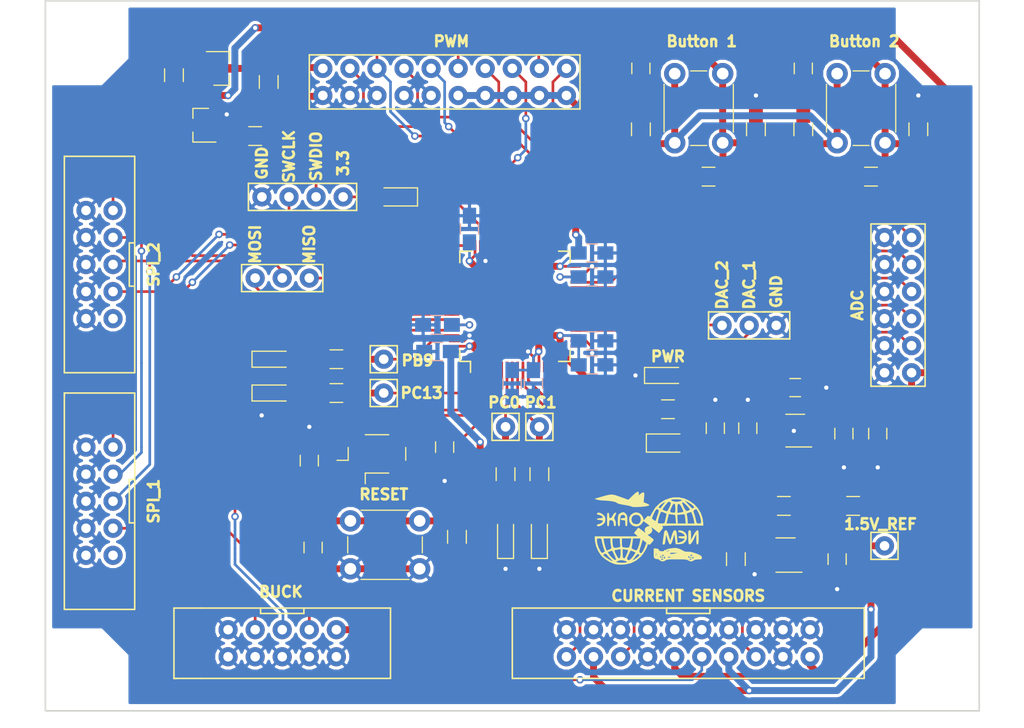
<source format=kicad_pcb>
(kicad_pcb (version 4) (host pcbnew 4.0.7)
  (title_block (date 2018-05-16) (rev STM32F722_Board))
  (layers (0 F.Cu signal) (31 B.Cu signal) (34 B.Paste user) (35 F.Paste user) (36 B.SilkS user) (37 F.SilkS user) (38 B.Mask user) (39 F.Mask user) (44 Edge.Cuts user))
  (net 0 "")
  (net 1 "Net-(C1-Pad1)")
  (net 2 "Net-(C1-Pad2)")
  (net 3 /NRST)
  (net 4 GND)
  (net 5 /1.5V_REF)
  (net 6 "Net-(C4-Pad1)")
  (net 7 "Net-(C4-Pad2)")
  (net 8 +5V)
  (net 9 VDD)
  (net 10 "Net-(C12-Pad1)")
  (net 11 "Net-(C14-Pad1)")
  (net 12 "Net-(C15-Pad1)")
  (net 13 "Net-(C18-Pad2)")
  (net 14 "Net-(C19-Pad2)")
  (net 15 "Net-(D1-Pad2)")
  (net 16 "Net-(D3-Pad2)")
  (net 17 "Net-(D4-Pad2)")
  (net 18 "Net-(D5-Pad2)")
  (net 19 "Net-(D6-Pad2)")
  (net 20 "Net-(D7-Pad2)")
  (net 21 /SWCLK)
  (net 22 /SWDIO)
  (net 23 /OVC_1)
  (net 24 /VOUT_1)
  (net 25 /OVC_2)
  (net 26 /VOUT_2)
  (net 27 /SD)
  (net 28 /LIN_1)
  (net 29 /HIN_2)
  (net 30 /HIN_1)
  (net 31 /CTRL_H)
  (net 32 /LIN_2)
  (net 33 /LIN_3)
  (net 34 /HIN_3)
  (net 35 /PC0)
  (net 36 /PC1)
  (net 37 /PC13)
  (net 38 /PB9)
  (net 39 /OVC_3)
  (net 40 "Net-(J9-Pad1)")
  (net 41 /CS_1)
  (net 42 /SDATA)
  (net 43 /SCLK)
  (net 44 /BEMF_A)
  (net 45 /BEMF_B)
  (net 46 /BEMF_C)
  (net 47 /IDC)
  (net 48 /VDC/2)
  (net 49 "Net-(J11-Pad1)")
  (net 50 /CS_2)
  (net 51 /BIN_1)
  (net 52 /B_SD)
  (net 53 /BIN_2)
  (net 54 /SDATA_2)
  (net 55 /SDATA_1)
  (net 56 /DAC_2)
  (net 57 /DAC_1)
  (net 58 "Net-(Q1-Pad1)")
  (net 59 "Net-(Q1-Pad3)")
  (net 60 "Net-(Q2-Pad1)")
  (net 61 /PB10)
  (net 62 "Net-(R3-Pad2)")
  (net 63 /PB11)
  (net 64 "Net-(R11-Pad2)")
  (net 65 /CTRL_L)
  (net 66 "Net-(U1-Pad1)")
  (net 67 "Net-(U1-Pad2)")
  (net 68 "Net-(U3-Pad3)")
  (net 69 "Net-(U3-Pad4)")
  (net 70 "Net-(U3-Pad14)")
  (net 71 "Net-(U3-Pad17)")
  (net 72 "Net-(U3-Pad27)")
  (net 73 "Net-(U3-Pad33)")
  (net 74 "Net-(U3-Pad37)")
  (net 75 "Net-(U3-Pad38)")
  (net 76 "Net-(U3-Pad39)")
  (net 77 "Net-(U3-Pad40)")
  (net 78 "Net-(U3-Pad54)")
  (net 79 "Net-(U3-Pad51)")
  (module Buttons_Switches_THT:SW_PUSH_6mm (layer F.Cu) (at 81.325 100.905)
    (fp_text reference SW2 hide)
    (fp_text value SW_Push)
    (pad 2 thru_hole circle (at 0 4.5 90) (size 2 2) (drill 1.1) (layers *.Cu *.Mask) (net 4 GND))
    (pad 1 thru_hole circle (at 0 0 90) (size 2 2) (drill 1.1) (layers *.Cu *.Mask) (net 3 /NRST))
    (pad 2 thru_hole circle (at 6.5 4.5 90) (size 2 2) (drill 1.1) (layers *.Cu *.Mask) (net 4 GND))
    (pad 1 thru_hole circle (at 6.5 0 90) (size 2 2) (drill 1.1) (layers *.Cu *.Mask) (net 3 /NRST))
  )
  (module Capacitors_SMD:C_0805_HandSoldering (layer B.Cu) (at 104 86.254)
    (fp_text reference C11 hide)
    (fp_text value 4.7u)
    (pad 1 smd rect (at -1.25 0) (size 1.5 1.25) (layers B.Cu B.Paste B.Mask) (net 9 VDD))
    (pad 2 smd rect (at 1.25 0) (size 1.5 1.25) (layers B.Cu B.Paste B.Mask) (net 4 GND))
  )
  (module TO_SOT_Packages_SMD:SOT-23 (layer F.Cu) (at 69.215 58.42)
    (fp_text reference Q2 hide)
    (fp_text value BC808)
    (pad 1 smd rect (at -1 -0.95) (size 0.9 0.8) (layers F.Cu F.Paste F.Mask) (net 60 "Net-(Q2-Pad1)"))
    (pad 2 smd rect (at -1 0.95) (size 0.9 0.8) (layers F.Cu F.Paste F.Mask) (net 8 +5V))
    (pad 3 smd rect (at 1 0) (size 0.9 0.8) (layers F.Cu F.Paste F.Mask) (net 31 /CTRL_H))
  )
  (module Capacitors_SMD:C_0805_HandSoldering (layer F.Cu) (at 123.825 58.42 90)
    (fp_text reference C1 hide)
    (fp_text value 100n)
    (pad 1 smd rect (at -1.25 0 90) (size 1.5 1.25) (layers F.Cu F.Paste F.Mask) (net 1 "Net-(C1-Pad1)"))
    (pad 2 smd rect (at 1.25 0 90) (size 1.5 1.25) (layers F.Cu F.Paste F.Mask) (net 2 "Net-(C1-Pad2)"))
  )
  (module Capacitors_SMD:C_0805_HandSoldering (layer F.Cu) (at 77.825 103.405 270)
    (fp_text reference C2 hide)
    (fp_text value 100n)
    (pad 1 smd rect (at -1.25 0 270) (size 1.5 1.25) (layers F.Cu F.Paste F.Mask) (net 3 /NRST))
    (pad 2 smd rect (at 1.25 0 270) (size 1.5 1.25) (layers F.Cu F.Paste F.Mask) (net 4 GND))
  )
  (module Capacitors_SMD:C_0805_HandSoldering (layer F.Cu) (at 127 104.5 270)
    (fp_text reference C3 hide)
    (fp_text value 100n)
    (pad 1 smd rect (at -1.25 0 270) (size 1.5 1.25) (layers F.Cu F.Paste F.Mask) (net 5 /1.5V_REF))
    (pad 2 smd rect (at 1.25 0 270) (size 1.5 1.25) (layers F.Cu F.Paste F.Mask) (net 4 GND))
  )
  (module Capacitors_SMD:C_0805_HandSoldering (layer F.Cu) (at 108.585 58.42 90)
    (fp_text reference C4 hide)
    (fp_text value 100n)
    (pad 1 smd rect (at -1.25 0 90) (size 1.5 1.25) (layers F.Cu F.Paste F.Mask) (net 6 "Net-(C4-Pad1)"))
    (pad 2 smd rect (at 1.25 0 90) (size 1.5 1.25) (layers F.Cu F.Paste F.Mask) (net 7 "Net-(C4-Pad2)"))
  )
  (module Capacitors_SMD:C_0805_HandSoldering (layer F.Cu) (at 130.81 92.71 270)
    (fp_text reference C5 hide)
    (fp_text value 1u)
    (pad 1 smd rect (at -1.25 0 270) (size 1.5 1.25) (layers F.Cu F.Paste F.Mask) (net 8 +5V))
    (pad 2 smd rect (at 1.25 0 270) (size 1.5 1.25) (layers F.Cu F.Paste F.Mask) (net 4 GND))
  )
  (module Capacitors_SMD:C_0805_HandSoldering (layer B.Cu) (at 104 75.75)
    (fp_text reference C6 hide)
    (fp_text value 100n)
    (pad 1 smd rect (at -1.25 0) (size 1.5 1.25) (layers B.Cu B.Paste B.Mask) (net 9 VDD))
    (pad 2 smd rect (at 1.25 0) (size 1.5 1.25) (layers B.Cu B.Paste B.Mask) (net 4 GND))
  )
  (module Capacitors_SMD:C_0805_HandSoldering (layer F.Cu) (at 127.635 92.71 270)
    (fp_text reference C7 hide)
    (fp_text value 100n)
    (pad 1 smd rect (at -1.25 0 270) (size 1.5 1.25) (layers F.Cu F.Paste F.Mask) (net 8 +5V))
    (pad 2 smd rect (at 1.25 0 270) (size 1.5 1.25) (layers F.Cu F.Paste F.Mask) (net 4 GND))
  )
  (module Capacitors_SMD:C_0805_HandSoldering (layer B.Cu) (at 92.5 73.5 90)
    (fp_text reference C8 hide)
    (fp_text value 100n)
    (pad 1 smd rect (at -1.25 0 90) (size 1.5 1.25) (layers B.Cu B.Paste B.Mask) (net 9 VDD))
    (pad 2 smd rect (at 1.25 0 90) (size 1.5 1.25) (layers B.Cu B.Paste B.Mask) (net 4 GND))
  )
  (module Capacitors_SMD:C_0805_HandSoldering (layer B.Cu) (at 104 84)
    (fp_text reference C9 hide)
    (fp_text value 100n)
    (pad 1 smd rect (at -1.25 0) (size 1.5 1.25) (layers B.Cu B.Paste B.Mask) (net 9 VDD))
    (pad 2 smd rect (at 1.25 0) (size 1.5 1.25) (layers B.Cu B.Paste B.Mask) (net 4 GND))
  )
  (module Capacitors_SMD:C_0805_HandSoldering (layer B.Cu) (at 89.5 85 180)
    (fp_text reference C10 hide)
    (fp_text value 100n)
    (pad 1 smd rect (at -1.25 0 180) (size 1.5 1.25) (layers B.Cu B.Paste B.Mask) (net 9 VDD))
    (pad 2 smd rect (at 1.25 0 180) (size 1.5 1.25) (layers B.Cu B.Paste B.Mask) (net 4 GND))
  )
  (module Capacitors_SMD:C_0805_HandSoldering (layer F.Cu) (at 123.063 88.392)
    (fp_text reference C12 hide)
    (fp_text value 10n)
    (pad 1 smd rect (at -1.25 0) (size 1.5 1.25) (layers F.Cu F.Paste F.Mask) (net 10 "Net-(C12-Pad1)"))
    (pad 2 smd rect (at 1.25 0) (size 1.5 1.25) (layers F.Cu F.Paste F.Mask) (net 4 GND))
  )
  (module Capacitors_SMD:C_0805_HandSoldering (layer B.Cu) (at 98.5 88 270)
    (fp_text reference C13 hide)
    (fp_text value 100n)
    (pad 1 smd rect (at -1.25 0 270) (size 1.5 1.25) (layers B.Cu B.Paste B.Mask) (net 9 VDD))
    (pad 2 smd rect (at 1.25 0 270) (size 1.5 1.25) (layers B.Cu B.Paste B.Mask) (net 4 GND))
  )
  (module Capacitors_SMD:C_0805_HandSoldering (layer F.Cu) (at 118.618 92.202 90)
    (fp_text reference C14 hide)
    (fp_text value 1u)
    (pad 1 smd rect (at -1.25 0 90) (size 1.5 1.25) (layers F.Cu F.Paste F.Mask) (net 11 "Net-(C14-Pad1)"))
    (pad 2 smd rect (at 1.25 0 90) (size 1.5 1.25) (layers F.Cu F.Paste F.Mask) (net 4 GND))
  )
  (module Capacitors_SMD:C_0805_HandSoldering (layer B.Cu) (at 104 78)
    (fp_text reference C15 hide)
    (fp_text value 4.7u)
    (pad 1 smd rect (at -1.25 0) (size 1.5 1.25) (layers B.Cu B.Paste B.Mask) (net 12 "Net-(C15-Pad1)"))
    (pad 2 smd rect (at 1.25 0) (size 1.5 1.25) (layers B.Cu B.Paste B.Mask) (net 4 GND))
  )
  (module Capacitors_SMD:C_0805_HandSoldering (layer B.Cu) (at 96.5 88 270)
    (fp_text reference C16 hide)
    (fp_text value 1u)
    (pad 1 smd rect (at -1.25 0 270) (size 1.5 1.25) (layers B.Cu B.Paste B.Mask) (net 9 VDD))
    (pad 2 smd rect (at 1.25 0 270) (size 1.5 1.25) (layers B.Cu B.Paste B.Mask) (net 4 GND))
  )
  (module Capacitors_SMD:C_0805_HandSoldering (layer F.Cu) (at 115.57 92.202 90)
    (fp_text reference C17 hide)
    (fp_text value 100n)
    (pad 1 smd rect (at -1.25 0 90) (size 1.5 1.25) (layers F.Cu F.Paste F.Mask) (net 11 "Net-(C14-Pad1)"))
    (pad 2 smd rect (at 1.25 0 90) (size 1.5 1.25) (layers F.Cu F.Paste F.Mask) (net 4 GND))
  )
  (module Capacitors_SMD:C_0805_HandSoldering (layer F.Cu) (at 77.47 95.25 270)
    (fp_text reference C18 hide)
    (fp_text value 20p)
    (pad 1 smd rect (at -1.25 0 270) (size 1.5 1.25) (layers F.Cu F.Paste F.Mask) (net 4 GND))
    (pad 2 smd rect (at 1.25 0 270) (size 1.5 1.25) (layers F.Cu F.Paste F.Mask) (net 13 "Net-(C18-Pad2)"))
  )
  (module Capacitors_SMD:C_0805_HandSoldering (layer F.Cu) (at 90.17 93.98 90)
    (fp_text reference C19 hide)
    (fp_text value 20p)
    (pad 1 smd rect (at -1.25 0 90) (size 1.5 1.25) (layers F.Cu F.Paste F.Mask) (net 4 GND))
    (pad 2 smd rect (at 1.25 0 90) (size 1.5 1.25) (layers F.Cu F.Paste F.Mask) (net 14 "Net-(C19-Pad2)"))
  )
  (module Diodes_SMD:D_SOD-323_HandSoldering (layer F.Cu) (at 85.725 70.485 180)
    (fp_text reference D1 hide)
    (fp_text value D)
    (pad 1 smd rect (at -1.25 0 180) (size 1 1) (layers F.Cu F.Paste F.Mask) (net 9 VDD))
    (pad 2 smd rect (at 1.25 0 180) (size 1 1) (layers F.Cu F.Paste F.Mask) (net 15 "Net-(D1-Pad2)"))
  )
  (module Diodes_SMD:D_SOD-323_HandSoldering (layer F.Cu) (at 110.998 93.599)
    (fp_text reference D2 hide)
    (fp_text value D)
    (pad 1 smd rect (at -1.25 0) (size 1 1) (layers F.Cu F.Paste F.Mask) (net 9 VDD))
    (pad 2 smd rect (at 1.25 0) (size 1 1) (layers F.Cu F.Paste F.Mask) (net 11 "Net-(C14-Pad1)"))
  )
  (module LEDs:LED_0805_HandSoldering (layer F.Cu) (at 111.125 87.249)
    (fp_text reference D3 hide)
    (fp_text value LED)
    (pad 1 smd rect (at -1.35 0) (size 1.5 1.3) (layers F.Cu F.Paste F.Mask) (net 4 GND))
    (pad 2 smd rect (at 1.35 0) (size 1.5 1.3) (layers F.Cu F.Paste F.Mask) (net 16 "Net-(D3-Pad2)"))
  )
  (module LEDs:LED_0805_HandSoldering (layer F.Cu) (at 95.885 102.235 90)
    (fp_text reference D4 hide)
    (fp_text value LED)
    (pad 1 smd rect (at -1.35 0 90) (size 1.5 1.3) (layers F.Cu F.Paste F.Mask) (net 4 GND))
    (pad 2 smd rect (at 1.35 0 90) (size 1.5 1.3) (layers F.Cu F.Paste F.Mask) (net 17 "Net-(D4-Pad2)"))
  )
  (module LEDs:LED_0805_HandSoldering (layer F.Cu) (at 99.06 102.235 90)
    (fp_text reference D5 hide)
    (fp_text value LED)
    (pad 1 smd rect (at -1.35 0 90) (size 1.5 1.3) (layers F.Cu F.Paste F.Mask) (net 4 GND))
    (pad 2 smd rect (at 1.35 0 90) (size 1.5 1.3) (layers F.Cu F.Paste F.Mask) (net 18 "Net-(D5-Pad2)"))
  )
  (module LEDs:LED_0805_HandSoldering (layer F.Cu) (at 74.295 88.9)
    (fp_text reference D6 hide)
    (fp_text value LED)
    (pad 1 smd rect (at -1.35 0) (size 1.5 1.3) (layers F.Cu F.Paste F.Mask) (net 4 GND))
    (pad 2 smd rect (at 1.35 0) (size 1.5 1.3) (layers F.Cu F.Paste F.Mask) (net 19 "Net-(D6-Pad2)"))
  )
  (module LEDs:LED_0805_HandSoldering (layer F.Cu) (at 74.295 85.725)
    (fp_text reference D7 hide)
    (fp_text value LED)
    (pad 1 smd rect (at -1.35 0) (size 1.5 1.3) (layers F.Cu F.Paste F.Mask) (net 4 GND))
    (pad 2 smd rect (at 1.35 0) (size 1.5 1.3) (layers F.Cu F.Paste F.Mask) (net 20 "Net-(D7-Pad2)"))
  )
  (module myLib:Conn_01x04 (layer F.Cu) (at 80.645 70.485 180)
    (fp_text reference J1 hide)
    (fp_text value Conn_01x04)
    (pad 3 thru_hole circle (at 5.08 0 180) (size 1.8 1.8) (drill 0.9) (layers *.Cu *.Mask) (net 21 /SWCLK))
    (pad 4 thru_hole circle (at 7.62 0 180) (size 1.8 1.8) (drill 0.9) (layers *.Cu *.Mask) (net 4 GND))
    (pad 2 thru_hole circle (at 2.54 0 180) (size 1.8 1.8) (drill 0.9) (layers *.Cu *.Mask) (net 22 /SWDIO))
    (pad 1 thru_hole circle (at 0 0 180) (size 1.8 1.8) (drill 0.9) (layers *.Cu *.Mask) (net 15 "Net-(D1-Pad2)"))
  )
  (module myLib:IDC-20MS (layer F.Cu) (at 124.46 111.125 180)
    (fp_text reference J3 hide)
    (fp_text value Conn_02x10_Odd_Even)
    (pad 1 thru_hole circle (at 0 0 180) (size 1.8 1.8) (drill 0.9) (layers *.Cu *.Mask) (net 4 GND))
    (pad 2 thru_hole circle (at 0 -2.54 180) (size 1.8 1.8) (drill 0.9) (layers *.Cu *.Mask) (net 8 +5V))
    (pad 3 thru_hole circle (at 2.54 0 180) (size 1.8 1.8) (drill 0.9) (layers *.Cu *.Mask) (net 4 GND))
    (pad 4 thru_hole circle (at 2.54 -2.54 180) (size 1.8 1.8) (drill 0.9) (layers *.Cu *.Mask) (net 4 GND))
    (pad 5 thru_hole circle (at 5.08 0 180) (size 1.8 1.8) (drill 0.9) (layers *.Cu *.Mask) (net 4 GND))
    (pad 6 thru_hole circle (at 5.08 -2.54 180) (size 1.8 1.8) (drill 0.9) (layers *.Cu *.Mask) (net 26 /VOUT_2))
    (pad 7 thru_hole circle (at 7.62 0 180) (size 1.8 1.8) (drill 0.9) (layers *.Cu *.Mask) (net 4 GND))
    (pad 8 thru_hole circle (at 7.62 -2.54 180) (size 1.8 1.8) (drill 0.9) (layers *.Cu *.Mask) (net 5 /1.5V_REF))
    (pad 9 thru_hole circle (at 10.16 0 180) (size 1.8 1.8) (drill 0.9) (layers *.Cu *.Mask) (net 4 GND))
    (pad 10 thru_hole circle (at 10.16 -2.54 180) (size 1.8 1.8) (drill 0.9) (layers *.Cu *.Mask) (net 25 /OVC_2))
    (pad 11 thru_hole circle (at 12.7 0 180) (size 1.8 1.8) (drill 0.9) (layers *.Cu *.Mask) (net 4 GND))
    (pad 12 thru_hole circle (at 12.7 -2.54 180) (size 1.8 1.8) (drill 0.9) (layers *.Cu *.Mask) (net 8 +5V))
    (pad 13 thru_hole circle (at 15.24 0 180) (size 1.8 1.8) (drill 0.9) (layers *.Cu *.Mask) (net 4 GND))
    (pad 14 thru_hole circle (at 15.24 -2.54 180) (size 1.8 1.8) (drill 0.9) (layers *.Cu *.Mask) (net 4 GND))
    (pad 15 thru_hole circle (at 17.78 0 180) (size 1.8 1.8) (drill 0.9) (layers *.Cu *.Mask) (net 4 GND))
    (pad 16 thru_hole circle (at 17.78 -2.54 180) (size 1.8 1.8) (drill 0.9) (layers *.Cu *.Mask) (net 24 /VOUT_1))
    (pad 17 thru_hole circle (at 20.32 0 180) (size 1.8 1.8) (drill 0.9) (layers *.Cu *.Mask) (net 4 GND))
    (pad 18 thru_hole circle (at 20.32 -2.54 180) (size 1.8 1.8) (drill 0.9) (layers *.Cu *.Mask) (net 5 /1.5V_REF))
    (pad 19 thru_hole circle (at 22.86 0 180) (size 1.8 1.8) (drill 0.9) (layers *.Cu *.Mask) (net 4 GND))
    (pad 20 thru_hole circle (at 22.86 -2.54 180) (size 1.8 1.8) (drill 0.9) (layers *.Cu *.Mask) (net 23 /OVC_1))
  )
  (module myLib:Conn_02x10 (layer F.Cu) (at 101.6 60.96 180)
    (fp_text reference J4 hide)
    (fp_text value Conn_02x10_Odd_Even)
    (pad 12 thru_hole circle (at 12.7 0 180) (size 1.8 1.8) (drill 0.9) (layers *.Cu *.Mask) (net 4 GND))
    (pad 14 thru_hole circle (at 15.24 0 180) (size 1.8 1.8) (drill 0.9) (layers *.Cu *.Mask) (net 4 GND))
    (pad 16 thru_hole circle (at 17.78 0 180) (size 1.8 1.8) (drill 0.9) (layers *.Cu *.Mask) (net 4 GND))
    (pad 15 thru_hole circle (at 17.78 2.54 180) (size 1.8 1.8) (drill 0.9) (layers *.Cu *.Mask) (net 27 /SD))
    (pad 13 thru_hole circle (at 15.24 2.54 180) (size 1.8 1.8) (drill 0.9) (layers *.Cu *.Mask) (net 28 /LIN_1))
    (pad 11 thru_hole circle (at 12.7 2.54 180) (size 1.8 1.8) (drill 0.9) (layers *.Cu *.Mask) (net 29 /HIN_2))
    (pad 17 thru_hole circle (at 20.32 2.54 180) (size 1.8 1.8) (drill 0.9) (layers *.Cu *.Mask) (net 30 /HIN_1))
    (pad 18 thru_hole circle (at 20.32 0 180) (size 1.8 1.8) (drill 0.9) (layers *.Cu *.Mask) (net 4 GND))
    (pad 20 thru_hole circle (at 22.86 0 180) (size 1.8 1.8) (drill 0.9) (layers *.Cu *.Mask) (net 4 GND))
    (pad 19 thru_hole circle (at 22.86 2.54 180) (size 1.8 1.8) (drill 0.9) (layers *.Cu *.Mask) (net 31 /CTRL_H))
    (pad 9 thru_hole circle (at 10.16 2.54 180) (size 1.8 1.8) (drill 0.9) (layers *.Cu *.Mask) (net 27 /SD))
    (pad 10 thru_hole circle (at 10.16 0 180) (size 1.8 1.8) (drill 0.9) (layers *.Cu *.Mask) (net 9 VDD))
    (pad 8 thru_hole circle (at 7.62 0 180) (size 1.8 1.8) (drill 0.9) (layers *.Cu *.Mask) (net 9 VDD))
    (pad 7 thru_hole circle (at 7.62 2.54 180) (size 1.8 1.8) (drill 0.9) (layers *.Cu *.Mask) (net 32 /LIN_2))
    (pad 1 thru_hole circle (at 0 2.54 180) (size 1.8 1.8) (drill 0.9) (layers *.Cu *.Mask) (net 33 /LIN_3))
    (pad 3 thru_hole circle (at 2.54 2.54 180) (size 1.8 1.8) (drill 0.9) (layers *.Cu *.Mask) (net 27 /SD))
    (pad 5 thru_hole circle (at 5.08 2.54 180) (size 1.8 1.8) (drill 0.9) (layers *.Cu *.Mask) (net 34 /HIN_3))
    (pad 6 thru_hole circle (at 5.08 0 180) (size 1.8 1.8) (drill 0.9) (layers *.Cu *.Mask) (net 9 VDD))
    (pad 4 thru_hole circle (at 2.54 0 180) (size 1.8 1.8) (drill 0.9) (layers *.Cu *.Mask) (net 9 VDD))
    (pad 2 thru_hole circle (at 0 0 180) (size 1.8 1.8) (drill 0.9) (layers *.Cu *.Mask) (net 9 VDD))
  )
  (module myLib:TestPin (layer F.Cu) (at 95.885 92.075)
    (fp_text reference J5 hide)
    (fp_text value TEST_1P)
    (pad 1 thru_hole circle (at 0 0) (size 1.8 1.8) (drill 0.9) (layers *.Cu *.Mask) (net 35 /PC0))
  )
  (module myLib:TestPin (layer F.Cu) (at 99.06 92.075)
    (fp_text reference J6 hide)
    (fp_text value TEST_1P)
    (pad 1 thru_hole circle (at 0 0) (size 1.8 1.8) (drill 0.9) (layers *.Cu *.Mask) (net 36 /PC1))
  )
  (module myLib:TestPin (layer F.Cu) (at 84.455 88.9)
    (fp_text reference J7 hide)
    (fp_text value TEST_1P)
    (pad 1 thru_hole circle (at 0 0) (size 1.8 1.8) (drill 0.9) (layers *.Cu *.Mask) (net 37 /PC13))
  )
  (module myLib:TestPin (layer F.Cu) (at 84.455 85.725)
    (fp_text reference J8 hide)
    (fp_text value TEST_1P)
    (pad 1 thru_hole circle (at 0 0) (size 1.8 1.8) (drill 0.9) (layers *.Cu *.Mask) (net 38 /PB9))
  )
  (module myLib:IDC-10MS (layer F.Cu) (at 59.055 104.14 90)
    (fp_text reference J9 hide)
    (fp_text value Conn_02x05_Odd_Even)
    (pad 10 thru_hole circle (at 10.16 -2.54 90) (size 1.8 1.8) (drill 0.9) (layers *.Cu *.Mask) (net 4 GND))
    (pad 9 thru_hole circle (at 10.16 0 90) (size 1.8 1.8) (drill 0.9) (layers *.Cu *.Mask) (net 39 /OVC_3))
    (pad 1 thru_hole circle (at 0 0 90) (size 1.8 1.8) (drill 0.9) (layers *.Cu *.Mask) (net 40 "Net-(J9-Pad1)"))
    (pad 2 thru_hole circle (at 0 -2.54 90) (size 1.8 1.8) (drill 0.9) (layers *.Cu *.Mask) (net 4 GND))
    (pad 3 thru_hole circle (at 2.54 0 90) (size 1.8 1.8) (drill 0.9) (layers *.Cu *.Mask) (net 41 /CS_1))
    (pad 4 thru_hole circle (at 2.54 -2.54 90) (size 1.8 1.8) (drill 0.9) (layers *.Cu *.Mask) (net 4 GND))
    (pad 5 thru_hole circle (at 5.08 0 90) (size 1.8 1.8) (drill 0.9) (layers *.Cu *.Mask) (net 42 /SDATA))
    (pad 6 thru_hole circle (at 5.08 -2.54 90) (size 1.8 1.8) (drill 0.9) (layers *.Cu *.Mask) (net 4 GND))
    (pad 7 thru_hole circle (at 7.62 0 90) (size 1.8 1.8) (drill 0.9) (layers *.Cu *.Mask) (net 43 /SCLK))
    (pad 8 thru_hole circle (at 7.62 -2.54 90) (size 1.8 1.8) (drill 0.9) (layers *.Cu *.Mask) (net 4 GND))
  )
  (module myLib:Conn_02x06 (layer F.Cu) (at 131.445 86.995 90)
    (fp_text reference J10 hide)
    (fp_text value Conn_02x06_Odd_Even)
    (pad 8 thru_hole circle (at 7.62 0 90) (size 1.8 1.8) (drill 0.9) (layers *.Cu *.Mask) (net 4 GND))
    (pad 10 thru_hole circle (at 10.16 0 90) (size 1.8 1.8) (drill 0.9) (layers *.Cu *.Mask) (net 4 GND))
    (pad 12 thru_hole circle (at 12.7 0 90) (size 1.8 1.8) (drill 0.9) (layers *.Cu *.Mask) (net 4 GND))
    (pad 11 thru_hole circle (at 12.7 2.54 90) (size 1.8 1.8) (drill 0.9) (layers *.Cu *.Mask) (net 44 /BEMF_A))
    (pad 9 thru_hole circle (at 10.16 2.54 90) (size 1.8 1.8) (drill 0.9) (layers *.Cu *.Mask) (net 45 /BEMF_B))
    (pad 7 thru_hole circle (at 7.62 2.54 90) (size 1.8 1.8) (drill 0.9) (layers *.Cu *.Mask) (net 46 /BEMF_C))
    (pad 1 thru_hole circle (at 0 2.54 90) (size 1.8 1.8) (drill 0.9) (layers *.Cu *.Mask) (net 8 +5V))
    (pad 3 thru_hole circle (at 2.54 2.54 90) (size 1.8 1.8) (drill 0.9) (layers *.Cu *.Mask) (net 47 /IDC))
    (pad 5 thru_hole circle (at 5.08 2.54 90) (size 1.8 1.8) (drill 0.9) (layers *.Cu *.Mask) (net 48 /VDC/2))
    (pad 6 thru_hole circle (at 5.08 0 90) (size 1.8 1.8) (drill 0.9) (layers *.Cu *.Mask) (net 4 GND))
    (pad 4 thru_hole circle (at 2.54 0 90) (size 1.8 1.8) (drill 0.9) (layers *.Cu *.Mask) (net 4 GND))
    (pad 2 thru_hole circle (at 0 0 90) (size 1.8 1.8) (drill 0.9) (layers *.Cu *.Mask) (net 4 GND))
  )
  (module myLib:IDC-10MS (layer F.Cu) (at 59.055 81.915 90)
    (fp_text reference J11 hide)
    (fp_text value Conn_02x05_Odd_Even)
    (pad 10 thru_hole circle (at 10.16 -2.54 90) (size 1.8 1.8) (drill 0.9) (layers *.Cu *.Mask) (net 4 GND))
    (pad 9 thru_hole circle (at 10.16 0 90) (size 1.8 1.8) (drill 0.9) (layers *.Cu *.Mask) (net 39 /OVC_3))
    (pad 1 thru_hole circle (at 0 0 90) (size 1.8 1.8) (drill 0.9) (layers *.Cu *.Mask) (net 49 "Net-(J11-Pad1)"))
    (pad 2 thru_hole circle (at 0 -2.54 90) (size 1.8 1.8) (drill 0.9) (layers *.Cu *.Mask) (net 4 GND))
    (pad 3 thru_hole circle (at 2.54 0 90) (size 1.8 1.8) (drill 0.9) (layers *.Cu *.Mask) (net 50 /CS_2))
    (pad 4 thru_hole circle (at 2.54 -2.54 90) (size 1.8 1.8) (drill 0.9) (layers *.Cu *.Mask) (net 4 GND))
    (pad 5 thru_hole circle (at 5.08 0 90) (size 1.8 1.8) (drill 0.9) (layers *.Cu *.Mask) (net 42 /SDATA))
    (pad 6 thru_hole circle (at 5.08 -2.54 90) (size 1.8 1.8) (drill 0.9) (layers *.Cu *.Mask) (net 4 GND))
    (pad 7 thru_hole circle (at 7.62 0 90) (size 1.8 1.8) (drill 0.9) (layers *.Cu *.Mask) (net 43 /SCLK))
    (pad 8 thru_hole circle (at 7.62 -2.54 90) (size 1.8 1.8) (drill 0.9) (layers *.Cu *.Mask) (net 4 GND))
  )
  (module myLib:IDC-10MS (layer F.Cu) (at 80.01 111.125 180)
    (fp_text reference J12 hide)
    (fp_text value Conn_02x05_Odd_Even)
    (pad 10 thru_hole circle (at 10.16 -2.54 180) (size 1.8 1.8) (drill 0.9) (layers *.Cu *.Mask) (net 4 GND))
    (pad 9 thru_hole circle (at 10.16 0 180) (size 1.8 1.8) (drill 0.9) (layers *.Cu *.Mask) (net 4 GND))
    (pad 1 thru_hole circle (at 0 0 180) (size 1.8 1.8) (drill 0.9) (layers *.Cu *.Mask) (net 9 VDD))
    (pad 2 thru_hole circle (at 0 -2.54 180) (size 1.8 1.8) (drill 0.9) (layers *.Cu *.Mask) (net 4 GND))
    (pad 3 thru_hole circle (at 2.54 0 180) (size 1.8 1.8) (drill 0.9) (layers *.Cu *.Mask) (net 51 /BIN_1))
    (pad 4 thru_hole circle (at 2.54 -2.54 180) (size 1.8 1.8) (drill 0.9) (layers *.Cu *.Mask) (net 4 GND))
    (pad 5 thru_hole circle (at 5.08 0 180) (size 1.8 1.8) (drill 0.9) (layers *.Cu *.Mask) (net 52 /B_SD))
    (pad 6 thru_hole circle (at 5.08 -2.54 180) (size 1.8 1.8) (drill 0.9) (layers *.Cu *.Mask) (net 4 GND))
    (pad 7 thru_hole circle (at 7.62 0 180) (size 1.8 1.8) (drill 0.9) (layers *.Cu *.Mask) (net 53 /BIN_2))
    (pad 8 thru_hole circle (at 7.62 -2.54 180) (size 1.8 1.8) (drill 0.9) (layers *.Cu *.Mask) (net 4 GND))
  )
  (module myLib:Conn_01x03 (layer F.Cu) (at 72.39 78.105)
    (fp_text reference J13 hide)
    (fp_text value Conn_01x03)
    (pad 3 thru_hole circle (at 5.08 0) (size 1.8 1.8) (drill 0.9) (layers *.Cu *.Mask) (net 55 /SDATA_1))
    (pad 2 thru_hole circle (at 2.54 0) (size 1.8 1.8) (drill 0.9) (layers *.Cu *.Mask) (net 42 /SDATA))
    (pad 1 thru_hole circle (at 0 0) (size 1.8 1.8) (drill 0.9) (layers *.Cu *.Mask) (net 54 /SDATA_2))
  )
  (module myLib:Conn_01x03 (layer F.Cu) (at 116.205 82.55)
    (fp_text reference J14 hide)
    (fp_text value Conn_01x03)
    (pad 3 thru_hole circle (at 5.08 0) (size 1.8 1.8) (drill 0.9) (layers *.Cu *.Mask) (net 4 GND))
    (pad 2 thru_hole circle (at 2.54 0) (size 1.8 1.8) (drill 0.9) (layers *.Cu *.Mask) (net 57 /DAC_1))
    (pad 1 thru_hole circle (at 0 0) (size 1.8 1.8) (drill 0.9) (layers *.Cu *.Mask) (net 56 /DAC_2))
  )
  (module TO_SOT_Packages_SMD:SOT-23 (layer F.Cu) (at 67.31 63.754 180)
    (fp_text reference Q1 hide)
    (fp_text value BC847)
    (pad 1 smd rect (at -1 -0.95 180) (size 0.9 0.8) (layers F.Cu F.Paste F.Mask) (net 58 "Net-(Q1-Pad1)"))
    (pad 2 smd rect (at -1 0.95 180) (size 0.9 0.8) (layers F.Cu F.Paste F.Mask) (net 4 GND))
    (pad 3 smd rect (at 1 0 180) (size 0.9 0.8) (layers F.Cu F.Paste F.Mask) (net 59 "Net-(Q1-Pad3)"))
  )
  (module Resistors_SMD:R_0805_HandSoldering (layer F.Cu) (at 130.175 68.58 180)
    (fp_text reference R1 hide)
    (fp_text value 330)
    (pad 1 smd rect (at -1.35 0 180) (size 1.5 1.3) (layers F.Cu F.Paste F.Mask) (net 2 "Net-(C1-Pad2)"))
    (pad 2 smd rect (at 1.35 0 180) (size 1.5 1.3) (layers F.Cu F.Paste F.Mask) (net 61 /PB10))
  )
  (module Resistors_SMD:R_0805_HandSoldering (layer F.Cu) (at 128.5 99.5)
    (fp_text reference R2 hide)
    (fp_text value 3k)
    (pad 1 smd rect (at -1.35 0) (size 1.5 1.3) (layers F.Cu F.Paste F.Mask) (net 5 /1.5V_REF))
    (pad 2 smd rect (at 1.35 0) (size 1.5 1.3) (layers F.Cu F.Paste F.Mask) (net 9 VDD))
  )
  (module Resistors_SMD:R_0805_HandSoldering (layer F.Cu) (at 122 99.5 180)
    (fp_text reference R3 hide)
    (fp_text value 1k)
    (pad 1 smd rect (at -1.35 0 180) (size 1.5 1.3) (layers F.Cu F.Paste F.Mask) (net 5 /1.5V_REF))
    (pad 2 smd rect (at 1.35 0 180) (size 1.5 1.3) (layers F.Cu F.Paste F.Mask) (net 62 "Net-(R3-Pad2)"))
  )
  (module Resistors_SMD:R_0805_HandSoldering (layer F.Cu) (at 117.5 104.5 270)
    (fp_text reference R4 hide)
    (fp_text value 5.1k)
    (pad 1 smd rect (at -1.35 0 270) (size 1.5 1.3) (layers F.Cu F.Paste F.Mask) (net 62 "Net-(R3-Pad2)"))
    (pad 2 smd rect (at 1.35 0 270) (size 1.5 1.3) (layers F.Cu F.Paste F.Mask) (net 4 GND))
  )
  (module Resistors_SMD:R_0805_HandSoldering (layer F.Cu) (at 123.825 64.135 90)
    (fp_text reference R5 hide)
    (fp_text value 100)
    (pad 1 smd rect (at -1.35 0 90) (size 1.5 1.3) (layers F.Cu F.Paste F.Mask) (net 9 VDD))
    (pad 2 smd rect (at 1.35 0 90) (size 1.5 1.3) (layers F.Cu F.Paste F.Mask) (net 1 "Net-(C1-Pad1)"))
  )
  (module Resistors_SMD:R_0805_HandSoldering (layer F.Cu) (at 134.62 64.135 90)
    (fp_text reference R6 hide)
    (fp_text value 220k)
    (pad 1 smd rect (at -1.35 0 90) (size 1.5 1.3) (layers F.Cu F.Paste F.Mask) (net 2 "Net-(C1-Pad2)"))
    (pad 2 smd rect (at 1.35 0 90) (size 1.5 1.3) (layers F.Cu F.Paste F.Mask) (net 4 GND))
  )
  (module Resistors_SMD:R_0805_HandSoldering (layer F.Cu) (at 91.325 102.405 90)
    (fp_text reference R7 hide)
    (fp_text value 100k)
    (pad 1 smd rect (at -1.35 0 90) (size 1.5 1.3) (layers F.Cu F.Paste F.Mask) (net 9 VDD))
    (pad 2 smd rect (at 1.35 0 90) (size 1.5 1.3) (layers F.Cu F.Paste F.Mask) (net 3 /NRST))
  )
  (module Resistors_SMD:R_0805_HandSoldering (layer F.Cu) (at 114.935 68.58 180)
    (fp_text reference R8 hide)
    (fp_text value 330)
    (pad 1 smd rect (at -1.35 0 180) (size 1.5 1.3) (layers F.Cu F.Paste F.Mask) (net 7 "Net-(C4-Pad2)"))
    (pad 2 smd rect (at 1.35 0 180) (size 1.5 1.3) (layers F.Cu F.Paste F.Mask) (net 63 /PB11))
  )
  (module Resistors_SMD:R_0805_HandSoldering (layer F.Cu) (at 108.585 64.135 90)
    (fp_text reference R9 hide)
    (fp_text value 100)
    (pad 1 smd rect (at -1.35 0 90) (size 1.5 1.3) (layers F.Cu F.Paste F.Mask) (net 9 VDD))
    (pad 2 smd rect (at 1.35 0 90) (size 1.5 1.3) (layers F.Cu F.Paste F.Mask) (net 6 "Net-(C4-Pad1)"))
  )
  (module Resistors_SMD:R_0805_HandSoldering (layer F.Cu) (at 119.38 64.135 90)
    (fp_text reference R10 hide)
    (fp_text value 220k)
    (pad 1 smd rect (at -1.35 0 90) (size 1.5 1.3) (layers F.Cu F.Paste F.Mask) (net 7 "Net-(C4-Pad2)"))
    (pad 2 smd rect (at 1.35 0 90) (size 1.5 1.3) (layers F.Cu F.Paste F.Mask) (net 4 GND))
  )
  (module Resistors_SMD:R_0805_HandSoldering (layer B.Cu) (at 89.5 82.5)
    (fp_text reference R11 hide)
    (fp_text value R)
    (pad 1 smd rect (at -1.35 0) (size 1.5 1.3) (layers B.Cu B.Paste B.Mask) (net 4 GND))
    (pad 2 smd rect (at 1.35 0) (size 1.5 1.3) (layers B.Cu B.Paste B.Mask) (net 64 "Net-(R11-Pad2)"))
  )
  (module Resistors_SMD:R_0805_HandSoldering (layer F.Cu) (at 111.125 90.424)
    (fp_text reference R12 hide)
    (fp_text value 3k)
    (pad 1 smd rect (at -1.35 0) (size 1.5 1.3) (layers F.Cu F.Paste F.Mask) (net 9 VDD))
    (pad 2 smd rect (at 1.35 0) (size 1.5 1.3) (layers F.Cu F.Paste F.Mask) (net 16 "Net-(D3-Pad2)"))
  )
  (module Resistors_SMD:R_0805_HandSoldering (layer F.Cu) (at 95.885 96.52 270)
    (fp_text reference R13 hide)
    (fp_text value 3k)
    (pad 1 smd rect (at -1.35 0 270) (size 1.5 1.3) (layers F.Cu F.Paste F.Mask) (net 35 /PC0))
    (pad 2 smd rect (at 1.35 0 270) (size 1.5 1.3) (layers F.Cu F.Paste F.Mask) (net 17 "Net-(D4-Pad2)"))
  )
  (module Resistors_SMD:R_0805_HandSoldering (layer F.Cu) (at 99.06 96.52 270)
    (fp_text reference R14 hide)
    (fp_text value 3k)
    (pad 1 smd rect (at -1.35 0 270) (size 1.5 1.3) (layers F.Cu F.Paste F.Mask) (net 36 /PC1))
    (pad 2 smd rect (at 1.35 0 270) (size 1.5 1.3) (layers F.Cu F.Paste F.Mask) (net 18 "Net-(D5-Pad2)"))
  )
  (module Resistors_SMD:R_0805_HandSoldering (layer F.Cu) (at 80.01 88.9 180)
    (fp_text reference R15 hide)
    (fp_text value 3k)
    (pad 1 smd rect (at -1.35 0 180) (size 1.5 1.3) (layers F.Cu F.Paste F.Mask) (net 37 /PC13))
    (pad 2 smd rect (at 1.35 0 180) (size 1.5 1.3) (layers F.Cu F.Paste F.Mask) (net 19 "Net-(D6-Pad2)"))
  )
  (module Resistors_SMD:R_0805_HandSoldering (layer F.Cu) (at 80.01 85.725 180)
    (fp_text reference R16 hide)
    (fp_text value 3k)
    (pad 1 smd rect (at -1.35 0 180) (size 1.5 1.3) (layers F.Cu F.Paste F.Mask) (net 38 /PB9))
    (pad 2 smd rect (at 1.35 0 180) (size 1.5 1.3) (layers F.Cu F.Paste F.Mask) (net 20 "Net-(D7-Pad2)"))
  )
  (module Resistors_SMD:R_0805_HandSoldering (layer F.Cu) (at 72.39 64.77)
    (fp_text reference R17 hide)
    (fp_text value 1k)
    (pad 1 smd rect (at -1.35 0) (size 1.5 1.3) (layers F.Cu F.Paste F.Mask) (net 58 "Net-(Q1-Pad1)"))
    (pad 2 smd rect (at 1.35 0) (size 1.5 1.3) (layers F.Cu F.Paste F.Mask) (net 65 /CTRL_L))
  )
  (module Resistors_SMD:R_0805_HandSoldering (layer F.Cu) (at 64.77 59.055 270)
    (fp_text reference R18 hide)
    (fp_text value 500)
    (pad 1 smd rect (at -1.35 0 270) (size 1.5 1.3) (layers F.Cu F.Paste F.Mask) (net 60 "Net-(Q2-Pad1)"))
    (pad 2 smd rect (at 1.35 0 270) (size 1.5 1.3) (layers F.Cu F.Paste F.Mask) (net 59 "Net-(Q1-Pad3)"))
  )
  (module Resistors_SMD:R_0805_HandSoldering (layer F.Cu) (at 73.66 59.69 270)
    (fp_text reference R19 hide)
    (fp_text value 2k)
    (pad 1 smd rect (at -1.35 0 270) (size 1.5 1.3) (layers F.Cu F.Paste F.Mask) (net 31 /CTRL_H))
    (pad 2 smd rect (at 1.35 0 270) (size 1.5 1.3) (layers F.Cu F.Paste F.Mask) (net 4 GND))
  )
  (module Buttons_Switches_THT:SW_PUSH_6mm (layer F.Cu) (at 127 65.405 90)
    (fp_text reference SW1 hide)
    (fp_text value SW_Push)
    (pad 2 thru_hole circle (at 0 4.5 180) (size 2 2) (drill 1.1) (layers *.Cu *.Mask) (net 2 "Net-(C1-Pad2)"))
    (pad 1 thru_hole circle (at 0 0 180) (size 2 2) (drill 1.1) (layers *.Cu *.Mask) (net 9 VDD))
    (pad 2 thru_hole circle (at 6.5 4.5 180) (size 2 2) (drill 1.1) (layers *.Cu *.Mask) (net 2 "Net-(C1-Pad2)"))
    (pad 1 thru_hole circle (at 6.5 0 180) (size 2 2) (drill 1.1) (layers *.Cu *.Mask) (net 9 VDD))
  )
  (module Buttons_Switches_THT:SW_PUSH_6mm (layer F.Cu) (at 111.76 65.405 90)
    (fp_text reference SW3 hide)
    (fp_text value SW_Push)
    (pad 2 thru_hole circle (at 0 4.5 180) (size 2 2) (drill 1.1) (layers *.Cu *.Mask) (net 7 "Net-(C4-Pad2)"))
    (pad 1 thru_hole circle (at 0 0 180) (size 2 2) (drill 1.1) (layers *.Cu *.Mask) (net 9 VDD))
    (pad 2 thru_hole circle (at 6.5 4.5 180) (size 2 2) (drill 1.1) (layers *.Cu *.Mask) (net 7 "Net-(C4-Pad2)"))
    (pad 1 thru_hole circle (at 6.5 0 180) (size 2 2) (drill 1.1) (layers *.Cu *.Mask) (net 9 VDD))
  )
  (module TO_SOT_Packages_SMD:SOT-23-5 (layer F.Cu) (at 122.155 104.115 180)
    (fp_text reference U1 hide)
    (fp_text value TLV431)
    (pad 1 smd rect (at -1.1 -0.95 180) (size 1.06 0.65) (layers F.Cu F.Paste F.Mask) (net 66 "Net-(U1-Pad1)"))
    (pad 2 smd rect (at -1.1 0 180) (size 1.06 0.65) (layers F.Cu F.Paste F.Mask) (net 67 "Net-(U1-Pad2)"))
    (pad 3 smd rect (at -1.1 0.95 180) (size 1.06 0.65) (layers F.Cu F.Paste F.Mask) (net 5 /1.5V_REF))
    (pad 4 smd rect (at 1.1 0.95 180) (size 1.06 0.65) (layers F.Cu F.Paste F.Mask) (net 62 "Net-(R3-Pad2)"))
    (pad 5 smd rect (at 1.1 -0.95 180) (size 1.06 0.65) (layers F.Cu F.Paste F.Mask) (net 4 GND))
  )
  (module TO_SOT_Packages_SMD:TSOT-23-5 (layer F.Cu) (at 123.063 92.456 180)
    (fp_text reference U2 hide)
    (fp_text value LD3985G122R_TSOT23)
    (pad 1 smd rect (at -1.31 -0.95 180) (size 1.22 0.65) (layers F.Cu F.Paste F.Mask) (net 8 +5V))
    (pad 2 smd rect (at -1.31 0 180) (size 1.22 0.65) (layers F.Cu F.Paste F.Mask) (net 4 GND))
    (pad 3 smd rect (at -1.31 0.95 180) (size 1.22 0.65) (layers F.Cu F.Paste F.Mask) (net 8 +5V))
    (pad 4 smd rect (at 1.31 0.95 180) (size 1.22 0.65) (layers F.Cu F.Paste F.Mask) (net 10 "Net-(C12-Pad1)"))
    (pad 5 smd rect (at 1.31 -0.95 180) (size 1.22 0.65) (layers F.Cu F.Paste F.Mask) (net 11 "Net-(C14-Pad1)"))
  )
  (module Housings_QFP:LQFP-64_10x10mm_Pitch0.5mm (layer F.Cu) (at 96.77 80.756 90)
    (fp_text reference U3 hide)
    (fp_text value STM32F722)
    (pad 1 smd rect (at -5.7 -3.75 90) (size 1 0.25) (layers F.Cu F.Paste F.Mask) (net 9 VDD))
    (pad 2 smd rect (at -5.7 -3.25 90) (size 1 0.25) (layers F.Cu F.Paste F.Mask) (net 37 /PC13))
    (pad 3 smd rect (at -5.7 -2.75 90) (size 1 0.25) (layers F.Cu F.Paste F.Mask) (net 68 "Net-(U3-Pad3)"))
    (pad 4 smd rect (at -5.7 -2.25 90) (size 1 0.25) (layers F.Cu F.Paste F.Mask) (net 69 "Net-(U3-Pad4)"))
    (pad 5 smd rect (at -5.7 -1.75 90) (size 1 0.25) (layers F.Cu F.Paste F.Mask) (net 13 "Net-(C18-Pad2)"))
    (pad 6 smd rect (at -5.7 -1.25 90) (size 1 0.25) (layers F.Cu F.Paste F.Mask) (net 14 "Net-(C19-Pad2)"))
    (pad 7 smd rect (at -5.7 -0.75 90) (size 1 0.25) (layers F.Cu F.Paste F.Mask) (net 3 /NRST))
    (pad 8 smd rect (at -5.7 -0.25 90) (size 1 0.25) (layers F.Cu F.Paste F.Mask) (net 35 /PC0))
    (pad 9 smd rect (at -5.7 0.25 90) (size 1 0.25) (layers F.Cu F.Paste F.Mask) (net 36 /PC1))
    (pad 10 smd rect (at -5.7 0.75 90) (size 1 0.25) (layers F.Cu F.Paste F.Mask) (net 25 /OVC_2))
    (pad 11 smd rect (at -5.7 1.25 90) (size 1 0.25) (layers F.Cu F.Paste F.Mask) (net 23 /OVC_1))
    (pad 12 smd rect (at -5.7 1.75 90) (size 1 0.25) (layers F.Cu F.Paste F.Mask) (net 4 GND))
    (pad 13 smd rect (at -5.7 2.25 90) (size 1 0.25) (layers F.Cu F.Paste F.Mask) (net 9 VDD))
    (pad 14 smd rect (at -5.7 2.75 90) (size 1 0.25) (layers F.Cu F.Paste F.Mask) (net 70 "Net-(U3-Pad14)"))
    (pad 15 smd rect (at -5.7 3.25 90) (size 1 0.25) (layers F.Cu F.Paste F.Mask) (net 24 /VOUT_1))
    (pad 16 smd rect (at -5.7 3.75 90) (size 1 0.25) (layers F.Cu F.Paste F.Mask) (net 26 /VOUT_2))
    (pad 17 smd rect (at -3.75 5.7 180) (size 1 0.25) (layers F.Cu F.Paste F.Mask) (net 71 "Net-(U3-Pad17)"))
    (pad 18 smd rect (at -3.25 5.7 180) (size 1 0.25) (layers F.Cu F.Paste F.Mask) (net 4 GND))
    (pad 19 smd rect (at -2.75 5.7 180) (size 1 0.25) (layers F.Cu F.Paste F.Mask) (net 9 VDD))
    (pad 20 smd rect (at -2.25 5.7 180) (size 1 0.25) (layers F.Cu F.Paste F.Mask) (net 57 /DAC_1))
    (pad 21 smd rect (at -1.75 5.7 180) (size 1 0.25) (layers F.Cu F.Paste F.Mask) (net 56 /DAC_2))
    (pad 22 smd rect (at -1.25 5.7 180) (size 1 0.25) (layers F.Cu F.Paste F.Mask) (net 47 /IDC))
    (pad 23 smd rect (at -0.75 5.7 180) (size 1 0.25) (layers F.Cu F.Paste F.Mask) (net 48 /VDC/2))
    (pad 24 smd rect (at -0.25 5.7 180) (size 1 0.25) (layers F.Cu F.Paste F.Mask) (net 46 /BEMF_C))
    (pad 25 smd rect (at 0.25 5.7 180) (size 1 0.25) (layers F.Cu F.Paste F.Mask) (net 45 /BEMF_B))
    (pad 26 smd rect (at 0.75 5.7 180) (size 1 0.25) (layers F.Cu F.Paste F.Mask) (net 44 /BEMF_A))
    (pad 27 smd rect (at 1.25 5.7 180) (size 1 0.25) (layers F.Cu F.Paste F.Mask) (net 72 "Net-(U3-Pad27)"))
    (pad 28 smd rect (at 1.75 5.7 180) (size 1 0.25) (layers F.Cu F.Paste F.Mask) (net 61 /PB10))
    (pad 29 smd rect (at 2.25 5.7 180) (size 1 0.25) (layers F.Cu F.Paste F.Mask) (net 63 /PB11))
    (pad 30 smd rect (at 2.75 5.7 180) (size 1 0.25) (layers F.Cu F.Paste F.Mask) (net 12 "Net-(C15-Pad1)"))
    (pad 31 smd rect (at 3.25 5.7 180) (size 1 0.25) (layers F.Cu F.Paste F.Mask) (net 4 GND))
    (pad 32 smd rect (at 3.75 5.7 180) (size 1 0.25) (layers F.Cu F.Paste F.Mask) (net 9 VDD))
    (pad 33 smd rect (at 5.7 3.75 90) (size 1 0.25) (layers F.Cu F.Paste F.Mask) (net 73 "Net-(U3-Pad33)"))
    (pad 34 smd rect (at 5.7 3.25 90) (size 1 0.25) (layers F.Cu F.Paste F.Mask) (net 33 /LIN_3))
    (pad 35 smd rect (at 5.7 2.75 90) (size 1 0.25) (layers F.Cu F.Paste F.Mask) (net 32 /LIN_2))
    (pad 36 smd rect (at 5.7 2.25 90) (size 1 0.25) (layers F.Cu F.Paste F.Mask) (net 28 /LIN_1))
    (pad 37 smd rect (at 5.7 1.75 90) (size 1 0.25) (layers F.Cu F.Paste F.Mask) (net 74 "Net-(U3-Pad37)"))
    (pad 38 smd rect (at 5.7 1.25 90) (size 1 0.25) (layers F.Cu F.Paste F.Mask) (net 75 "Net-(U3-Pad38)"))
    (pad 39 smd rect (at 5.7 0.75 90) (size 1 0.25) (layers F.Cu F.Paste F.Mask) (net 76 "Net-(U3-Pad39)"))
    (pad 40 smd rect (at 5.7 0.25 90) (size 1 0.25) (layers F.Cu F.Paste F.Mask) (net 77 "Net-(U3-Pad40)"))
    (pad 41 smd rect (at 5.7 -0.25 90) (size 1 0.25) (layers F.Cu F.Paste F.Mask) (net 34 /HIN_3))
    (pad 42 smd rect (at 5.7 -0.75 90) (size 1 0.25) (layers F.Cu F.Paste F.Mask) (net 29 /HIN_2))
    (pad 43 smd rect (at 5.7 -1.25 90) (size 1 0.25) (layers F.Cu F.Paste F.Mask) (net 30 /HIN_1))
    (pad 44 smd rect (at 5.7 -1.75 90) (size 1 0.25) (layers F.Cu F.Paste F.Mask) (net 27 /SD))
    (pad 45 smd rect (at 5.7 -2.25 90) (size 1 0.25) (layers F.Cu F.Paste F.Mask) (net 65 /CTRL_L))
    (pad 46 smd rect (at 5.7 -2.75 90) (size 1 0.25) (layers F.Cu F.Paste F.Mask) (net 22 /SWDIO))
    (pad 47 smd rect (at 5.7 -3.25 90) (size 1 0.25) (layers F.Cu F.Paste F.Mask) (net 4 GND))
    (pad 48 smd rect (at 5.7 -3.75 90) (size 1 0.25) (layers F.Cu F.Paste F.Mask) (net 9 VDD))
    (pad 49 smd rect (at 3.75 -5.7 180) (size 1 0.25) (layers F.Cu F.Paste F.Mask) (net 21 /SWCLK))
    (pad 50 smd rect (at 3.25 -5.7 180) (size 1 0.25) (layers F.Cu F.Paste F.Mask) (net 39 /OVC_3))
    (pad 51 smd rect (at 2.75 -5.7 180) (size 1 0.25) (layers F.Cu F.Paste F.Mask) (net 79 "Net-(U3-Pad51)"))
    (pad 52 smd rect (at 2.25 -5.7 180) (size 1 0.25) (layers F.Cu F.Paste F.Mask) (net 50 /CS_2))
    (pad 53 smd rect (at 1.75 -5.7 180) (size 1 0.25) (layers F.Cu F.Paste F.Mask) (net 41 /CS_1))
    (pad 54 smd rect (at 1.25 -5.7 180) (size 1 0.25) (layers F.Cu F.Paste F.Mask) (net 78 "Net-(U3-Pad54)"))
    (pad 55 smd rect (at 0.75 -5.7 180) (size 1 0.25) (layers F.Cu F.Paste F.Mask) (net 43 /SCLK))
    (pad 56 smd rect (at 0.25 -5.7 180) (size 1 0.25) (layers F.Cu F.Paste F.Mask) (net 55 /SDATA_1))
    (pad 57 smd rect (at -0.25 -5.7 180) (size 1 0.25) (layers F.Cu F.Paste F.Mask) (net 54 /SDATA_2))
    (pad 58 smd rect (at -0.75 -5.7 180) (size 1 0.25) (layers F.Cu F.Paste F.Mask) (net 53 /BIN_2))
    (pad 59 smd rect (at -1.25 -5.7 180) (size 1 0.25) (layers F.Cu F.Paste F.Mask) (net 51 /BIN_1))
    (pad 60 smd rect (at -1.75 -5.7 180) (size 1 0.25) (layers F.Cu F.Paste F.Mask) (net 64 "Net-(R11-Pad2)"))
    (pad 61 smd rect (at -2.25 -5.7 180) (size 1 0.25) (layers F.Cu F.Paste F.Mask) (net 52 /B_SD))
    (pad 62 smd rect (at -2.75 -5.7 180) (size 1 0.25) (layers F.Cu F.Paste F.Mask) (net 38 /PB9))
    (pad 63 smd rect (at -3.25 -5.7 180) (size 1 0.25) (layers F.Cu F.Paste F.Mask) (net 4 GND))
    (pad 64 smd rect (at -3.75 -5.7 180) (size 1 0.25) (layers F.Cu F.Paste F.Mask) (net 9 VDD))
  )
  (module myLib:Oscillator_SMD_Fordahl_DFAS15-4pin_5.0x3.2mm_HandSoldering (layer F.Cu) (at 83.82 94.615)
    (fp_text reference Y1 hide)
    (fp_text value Crystal)
    (pad 1 smd rect (at -2.425 1.7) (size 2.25 1.8) (layers F.Cu F.Paste F.Mask) (net 13 "Net-(C18-Pad2)"))
    (pad 3 smd rect (at 2.425 1.7) (size 2.25 1.8) (layers F.Cu F.Paste F.Mask))
    (pad 2 smd rect (at 2.425 -1.7) (size 2.25 1.8) (layers F.Cu F.Paste F.Mask) (net 14 "Net-(C19-Pad2)"))
    (pad 4 smd rect (at -2.425 -1.7) (size 2.25 1.8) (layers F.Cu F.Paste F.Mask))
  )
  (module myLib:TestPin (layer F.Cu) (at 131.445 103.251)
    (fp_text reference J2 hide)
    (fp_text value TEST_1P)
    (pad 1 thru_hole circle (at 0 0) (size 1.8 1.8) (drill 0.9) (layers *.Cu *.Mask) (net 5 /1.5V_REF))
  )
  (module "Projects KiCad:Logo1" (layer F.Cu) (at 109.22 101.6)
    (fp_text reference G*** hide)
    (fp_text value LOGO hide)
  )
  (module Mounting_Holes:MountingHole_3.5mm (layer F.Cu) (at 136.5 56)
    (fp_text reference REF** hide)
    (fp_text value MountingHole_3.5mm)
    (pad 1 np_thru_hole circle (at 0 0) (size 3.5 3.5) (drill 3.5) (layers *.Cu *.Mask))
  )
  (module Mounting_Holes:MountingHole_3.5mm (layer F.Cu) (at 56.5 56)
    (fp_text reference REF** hide)
    (fp_text value MountingHole_3.5mm)
    (pad 1 np_thru_hole circle (at 0 0) (size 3.5 3.5) (drill 3.5) (layers *.Cu *.Mask))
  )
  (module Mounting_Holes:MountingHole_3.5mm (layer F.Cu) (at 136.5 115)
    (fp_text reference REF** hide)
    (fp_text value MountingHole_3.5mm)
    (pad 1 np_thru_hole circle (at 0 0) (size 3.5 3.5) (drill 3.5) (layers *.Cu *.Mask))
  )
  (module Mounting_Holes:MountingHole_3.5mm (layer F.Cu) (at 56.5 115)
    (fp_text reference REF** hide)
    (fp_text value MountingHole_3.5mm)
    (pad 1 np_thru_hole circle (at 0 0) (size 3.5 3.5) (drill 3.5) (layers *.Cu *.Mask))
  )
  (gr_text "ADC\n" (at 128.905 80.645 90) (layer F.SilkS) (effects (font (size 1 1) (thickness 0.25))))
  (gr_text "CURRENT SENSORS\n" (at 113.03 107.95) (layer F.SilkS) (effects (font (size 1 1) (thickness 0.25))))
  (gr_text PWM (at 90.805 55.88) (layer F.SilkS) (effects (font (size 1 1) (thickness 0.25))))
  (gr_text SPI_2 (at 62.865 76.835 90) (layer F.SilkS) (effects (font (size 1 1) (thickness 0.25))))
  (gr_text SPI_1 (at 62.865 99.06 90) (layer F.SilkS) (effects (font (size 1 1) (thickness 0.25))))
  (gr_text BUCK (at 74.803 107.569) (layer F.SilkS) (effects (font (size 1 1) (thickness 0.25))))
  (gr_text PC13 (at 88.011 88.9) (layer F.SilkS) (effects (font (size 1 1) (thickness 0.25))))
  (gr_text PB9 (at 87.63 85.852) (layer F.SilkS) (effects (font (size 1 1) (thickness 0.25))))
  (gr_text PC1 (at 99.187 89.789) (layer F.SilkS) (effects (font (size 1 1) (thickness 0.25))))
  (gr_text PC0 (at 95.758 89.789) (layer F.SilkS) (effects (font (size 1 1) (thickness 0.25))))
  (gr_text 1.5V_REF (at 131.064 101.219) (layer F.SilkS) (effects (font (size 1 1) (thickness 0.25))))
  (gr_text MOSI (at 72.39 74.93 90) (layer F.SilkS) (effects (font (size 1 1) (thickness 0.25))))
  (gr_text MISO (at 77.47 74.93 90) (layer F.SilkS) (effects (font (size 1 1) (thickness 0.25))))
  (gr_text DAC_2 (at 116.205 78.74 90) (layer F.SilkS) (effects (font (size 1 1) (thickness 0.25))))
  (gr_text DAC_1 (at 118.745 78.74 90) (layer F.SilkS) (effects (font (size 1 1) (thickness 0.25))))
  (gr_text GND (at 121.285 79.375 90) (layer F.SilkS) (effects (font (size 1 1) (thickness 0.25))))
  (gr_text PWR (at 111.125 85.471) (layer F.SilkS) (effects (font (size 1 1) (thickness 0.25))))
  (gr_text "Button 2" (at 129.54 55.88) (layer F.SilkS) (effects (font (size 1 1) (thickness 0.25))))
  (gr_text "Button 1" (at 114.3 55.88) (layer F.SilkS) (effects (font (size 1 1) (thickness 0.25))))
  (gr_text RESET (at 84.455 98.425) (layer F.SilkS) (effects (font (size 1 1) (thickness 0.25))))
  (gr_text 3.3 (at 80.645 67.31 90) (layer F.SilkS) (effects (font (size 1 1) (thickness 0.25))))
  (gr_text SWDIO (at 78.105 66.675 90) (layer F.SilkS) (effects (font (size 1 1) (thickness 0.25))))
  (gr_text SWCLK (at 75.565 66.675 90) (layer F.SilkS) (effects (font (size 1 1) (thickness 0.25))))
  (gr_text GND (at 73.025 67.31 90) (layer F.SilkS) (effects (font (size 1 1) (thickness 0.25))))
  (gr_line (start 52.705 117.475) (end 52.705 118.745) (angle 90) (layer Edge.Cuts) (width 0.15))
  (gr_line (start 140.335 117.475) (end 140.335 118.745) (angle 90) (layer Edge.Cuts) (width 0.15))
  (gr_line (start 52.705 117.475) (end 52.705 91.44) (angle 90) (layer Edge.Cuts) (width 0.15))
  (gr_line (start 140.335 118.745) (end 52.705 118.745) (angle 90) (layer Edge.Cuts) (width 0.15))
  (gr_line (start 140.335 90.17) (end 140.335 117.475) (angle 90) (layer Edge.Cuts) (width 0.15))
  (gr_line (start 140.335 74.295) (end 140.335 90.17) (angle 90) (layer Edge.Cuts) (width 0.15))
  (gr_line (start 52.705 52.07) (end 52.705 91.44) (angle 90) (layer Edge.Cuts) (width 0.15))
  (gr_line (start 140.335 52.07) (end 52.705 52.07) (angle 90) (layer Edge.Cuts) (width 0.15))
  (gr_line (start 140.335 74.295) (end 140.335 52.07) (angle 90) (layer Edge.Cuts) (width 0.15))
  (segment (start 123.825 59.67) (end 123.825 62.785) (width 0.65) (layer F.Cu) (net 1))
  (segment (start 134.62 65.485) (end 131.58 65.485) (width 0.65) (layer F.Cu) (net 2))
  (segment (start 131.58 65.485) (end 131.5 65.405) (width 0.25) (layer F.Cu) (net 2))
  (segment (start 131.5 65.405) (end 131.5 68.555) (width 0.65) (layer F.Cu) (net 2))
  (segment (start 131.5 68.555) (end 131.525 68.58) (width 0.25) (layer F.Cu) (net 2))
  (segment (start 131.5 58.905) (end 131.5 65.405) (width 0.65) (layer F.Cu) (net 2))
  (segment (start 123.825 57.17) (end 129.765 57.17) (width 0.65) (layer F.Cu) (net 2))
  (segment (start 129.765 57.17) (end 131.5 58.905) (width 0.65) (layer F.Cu) (net 2))
  (segment (start 96.02 86.456) (end 96.02 88.98) (width 0.25) (layer F.Cu) (net 3))
  (segment (start 92 100.38) (end 91.325 101.055) (width 0.25) (layer F.Cu) (net 3))
  (segment (start 92 93) (end 92 100.38) (width 0.25) (layer F.Cu) (net 3))
  (segment (start 96.02 88.98) (end 92 93) (width 0.25) (layer F.Cu) (net 3))
  (segment (start 87.825 100.905) (end 81.325 100.905) (width 0.65) (layer F.Cu) (net 3))
  (segment (start 91.825 100.555) (end 91.325 101.055) (width 0.25) (layer F.Cu) (net 3))
  (segment (start 87.825 100.905) (end 91.175 100.905) (width 0.65) (layer F.Cu) (net 3))
  (segment (start 91.175 100.905) (end 91.325 101.055) (width 0.25) (layer F.Cu) (net 3))
  (segment (start 81.325 100.905) (end 79.075 100.905) (width 0.65) (layer F.Cu) (net 3))
  (segment (start 79.075 100.905) (end 77.825 102.155) (width 0.65) (layer F.Cu) (net 3))
  (segment (start 109.775 87.249) (end 108.077 87.249) (width 0.65) (layer F.Cu) (net 4))
  (via (at 108.077 87.249) (size 0.7) (drill 0.4) (layers F.Cu B.Cu) (net 4))
  (segment (start 118.618 90.952) (end 118.618 89.535) (width 0.65) (layer F.Cu) (net 4))
  (via (at 118.618 89.535) (size 0.7) (drill 0.4) (layers F.Cu B.Cu) (net 4))
  (segment (start 68.31 62.804) (end 69.657 62.804) (width 0.65) (layer F.Cu) (net 4))
  (via (at 69.723 62.738) (size 0.7) (drill 0.4) (layers F.Cu B.Cu) (net 4))
  (segment (start 69.657 62.804) (end 69.723 62.738) (width 0.25) (layer F.Cu) (net 4))
  (segment (start 115.57 90.952) (end 115.57 89.535) (width 0.65) (layer F.Cu) (net 4))
  (segment (start 115.57 90.952) (end 115.57 89.535) (width 0.25) (layer F.Cu) (net 4))
  (via (at 115.57 89.535) (size 0.7) (drill 0.4) (layers F.Cu B.Cu) (net 4))
  (segment (start 124.313 88.392) (end 125.984 88.392) (width 0.65) (layer F.Cu) (net 4))
  (via (at 125.984 88.392) (size 0.7) (drill 0.4) (layers F.Cu B.Cu) (net 4))
  (segment (start 124.373 92.456) (end 122.936 92.456) (width 0.65) (layer F.Cu) (net 4))
  (via (at 122.936 92.456) (size 0.7) (drill 0.4) (layers F.Cu B.Cu) (net 4))
  (segment (start 130.81 93.96) (end 130.81 95.885) (width 0.65) (layer F.Cu) (net 4))
  (via (at 130.81 95.885) (size 0.7) (drill 0.4) (layers F.Cu B.Cu) (net 4))
  (segment (start 127.635 93.96) (end 127.635 95.885) (width 0.65) (layer F.Cu) (net 4))
  (via (at 127.635 95.885) (size 0.7) (drill 0.4) (layers F.Cu B.Cu) (net 4))
  (segment (start 72.945 88.9) (end 72.945 90.945) (width 0.65) (layer F.Cu) (net 4))
  (via (at 73 91) (size 0.7) (drill 0.4) (layers F.Cu B.Cu) (net 4))
  (segment (start 72.945 90.945) (end 73 91) (width 0.25) (layer F.Cu) (net 4))
  (segment (start 72.945 85.725) (end 72.945 88.9) (width 0.65) (layer F.Cu) (net 4))
  (segment (start 134.62 62.785) (end 134.62 60.96) (width 0.65) (layer F.Cu) (net 4))
  (via (at 134.62 60.96) (size 0.7) (drill 0.4) (layers F.Cu B.Cu) (net 4))
  (segment (start 119.38 62.785) (end 119.38 60.96) (width 0.65) (layer F.Cu) (net 4))
  (via (at 119.38 60.96) (size 0.7) (drill 0.4) (layers F.Cu B.Cu) (net 4))
  (segment (start 77.47 94) (end 77.47 92.075) (width 0.65) (layer F.Cu) (net 4))
  (via (at 77.47 92.075) (size 0.7) (drill 0.4) (layers F.Cu B.Cu) (net 4))
  (segment (start 90.17 95.23) (end 90.17 97.155) (width 0.65) (layer F.Cu) (net 4))
  (via (at 90.17 97.155) (size 0.7) (drill 0.4) (layers F.Cu B.Cu) (net 4))
  (segment (start 127 105.75) (end 127 107.315) (width 0.65) (layer F.Cu) (net 4))
  (via (at 127 107.315) (size 0.7) (drill 0.4) (layers F.Cu B.Cu) (net 4))
  (segment (start 121.055 105.065) (end 120.106 105.065) (width 0.65) (layer F.Cu) (net 4))
  (segment (start 119.185 105.85) (end 119.253 105.918) (width 0.25) (layer F.Cu) (net 4))
  (via (at 119.253 105.918) (size 0.7) (drill 0.4) (layers F.Cu B.Cu) (net 4))
  (segment (start 119.185 105.85) (end 117.5 105.85) (width 0.65) (layer F.Cu) (net 4))
  (segment (start 120.106 105.065) (end 119.253 105.918) (width 0.65) (layer F.Cu) (net 4))
  (segment (start 99.06 103.585) (end 99.06 105.41) (width 0.65) (layer F.Cu) (net 4))
  (via (at 99.06 105.41) (size 0.7) (drill 0.4) (layers F.Cu B.Cu) (net 4))
  (segment (start 95.885 103.585) (end 95.885 105.41) (width 0.65) (layer F.Cu) (net 4))
  (via (at 95.885 105.41) (size 0.7) (drill 0.4) (layers F.Cu B.Cu) (net 4))
  (segment (start 81.325 105.405) (end 87.825 105.405) (width 0.65) (layer F.Cu) (net 4))
  (segment (start 81.325 105.405) (end 78.575 105.405) (width 0.65) (layer F.Cu) (net 4))
  (segment (start 78.575 105.405) (end 77.825 104.655) (width 0.65) (layer F.Cu) (net 4))
  (segment (start 91.07 84.006) (end 91.994 84.006) (width 0.25) (layer F.Cu) (net 4))
  (via (at 92.5 83.5) (size 0.7) (drill 0.4) (layers F.Cu B.Cu) (net 4))
  (segment (start 91.994 84.006) (end 92.5 83.5) (width 0.25) (layer F.Cu) (net 4))
  (segment (start 98.52 86.456) (end 98.52 85.52) (width 0.25) (layer F.Cu) (net 4))
  (via (at 98 85) (size 0.7) (drill 0.4) (layers F.Cu B.Cu) (net 4))
  (segment (start 98.52 85.52) (end 98 85) (width 0.25) (layer F.Cu) (net 4))
  (segment (start 102.47 84.006) (end 103.437 84.006) (width 0.25) (layer F.Cu) (net 4))
  (via (at 104.013 85.1535) (size 0.7) (drill 0.4) (layers F.Cu B.Cu) (net 4))
  (segment (start 104.013 84.582) (end 104.013 85.1535) (width 0.25) (layer F.Cu) (net 4))
  (segment (start 103.437 84.006) (end 104.013 84.582) (width 0.25) (layer F.Cu) (net 4))
  (segment (start 102.47 77.506) (end 103.494 77.506) (width 0.25) (layer F.Cu) (net 4))
  (via (at 104 77) (size 0.7) (drill 0.4) (layers F.Cu B.Cu) (net 4))
  (segment (start 103.494 77.506) (end 104 77) (width 0.25) (layer F.Cu) (net 4))
  (segment (start 93.52 75.056) (end 93.52 76.02) (width 0.25) (layer F.Cu) (net 4))
  (via (at 94 76.5) (size 0.7) (drill 0.4) (layers F.Cu B.Cu) (net 4))
  (segment (start 93.52 76.02) (end 94 76.5) (width 0.25) (layer F.Cu) (net 4))
  (segment (start 73.66 61.04) (end 78.66 61.04) (width 0.65) (layer F.Cu) (net 4))
  (segment (start 78.66 61.04) (end 78.74 60.96) (width 0.25) (layer F.Cu) (net 4))
  (segment (start 127 103.25) (end 131.444 103.25) (width 0.65) (layer F.Cu) (net 5))
  (segment (start 131.444 103.25) (end 131.445 103.251) (width 0.65) (layer F.Cu) (net 5))
  (via (at 118.745 116.84) (size 0.7) (drill 0.4) (layers F.Cu B.Cu) (net 5))
  (segment (start 105.41 116.84) (end 104.14 115.57) (width 0.65) (layer F.Cu) (net 5))
  (segment (start 109.22 116.84) (end 105.41 116.84) (width 0.65) (layer F.Cu) (net 5))
  (segment (start 109.22 116.84) (end 118.745 116.84) (width 0.65) (layer F.Cu) (net 5))
  (segment (start 130.175 113.665) (end 127 116.84) (width 0.65) (layer B.Cu) (net 5))
  (segment (start 127 116.84) (end 118.745 116.84) (width 0.65) (layer B.Cu) (net 5))
  (segment (start 118.745 116.84) (end 116.84 114.935) (width 0.65) (layer B.Cu) (net 5))
  (segment (start 104.14 113.665) (end 104.14 115.57) (width 0.65) (layer F.Cu) (net 5))
  (segment (start 127 103.25) (end 128.65 103.25) (width 0.65) (layer F.Cu) (net 5))
  (segment (start 128.65 103.25) (end 130.175 104.775) (width 0.65) (layer F.Cu) (net 5))
  (segment (start 130.175 104.775) (end 130.175 109.22) (width 0.65) (layer F.Cu) (net 5))
  (via (at 130.175 109.22) (size 0.7) (drill 0.4) (layers F.Cu B.Cu) (net 5))
  (segment (start 130.175 109.22) (end 130.175 113.665) (width 0.65) (layer B.Cu) (net 5))
  (segment (start 116.84 114.935) (end 116.84 113.665) (width 0.65) (layer B.Cu) (net 5))
  (segment (start 104.013 113.792) (end 104.14 113.665) (width 0.25) (layer F.Cu) (net 5))
  (segment (start 127 103.25) (end 123.34 103.25) (width 0.65) (layer F.Cu) (net 5))
  (segment (start 123.34 103.25) (end 123.255 103.165) (width 0.25) (layer F.Cu) (net 5))
  (segment (start 127.15 99.5) (end 127.15 103.1) (width 0.65) (layer F.Cu) (net 5))
  (segment (start 127.15 103.1) (end 127 103.25) (width 0.25) (layer F.Cu) (net 5))
  (segment (start 123.35 99.5) (end 127.15 99.5) (width 0.65) (layer F.Cu) (net 5))
  (segment (start 108.585 59.67) (end 108.585 62.785) (width 0.65) (layer F.Cu) (net 6))
  (segment (start 116.26 65.405) (end 119.3 65.405) (width 0.65) (layer F.Cu) (net 7))
  (segment (start 119.3 65.405) (end 119.38 65.485) (width 0.25) (layer F.Cu) (net 7))
  (segment (start 108.585 57.17) (end 114.525 57.17) (width 0.65) (layer F.Cu) (net 7))
  (segment (start 114.525 57.17) (end 116.26 58.905) (width 0.65) (layer F.Cu) (net 7))
  (segment (start 116.26 65.405) (end 116.26 58.905) (width 0.65) (layer F.Cu) (net 7))
  (segment (start 116.285 68.58) (end 116.285 65.43) (width 0.65) (layer F.Cu) (net 7))
  (segment (start 116.285 65.43) (end 116.26 65.405) (width 0.25) (layer F.Cu) (net 7))
  (segment (start 111.76 114.76) (end 111.76 113.665) (width 0.65) (layer F.Cu) (net 8))
  (segment (start 125.5 115.5) (end 112.5 115.5) (width 0.65) (layer F.Cu) (net 8))
  (segment (start 112.5 115.5) (end 111.76 114.76) (width 0.65) (layer F.Cu) (net 8))
  (segment (start 124.46 113.665) (end 124.46 114.46) (width 0.25) (layer F.Cu) (net 8))
  (segment (start 124.46 114.46) (end 125.5 115.5) (width 0.65) (layer F.Cu) (net 8))
  (segment (start 133.985 89.985) (end 133.985 108.015) (width 0.65) (layer F.Cu) (net 8))
  (segment (start 133.985 108.015) (end 126.5 115.5) (width 0.65) (layer F.Cu) (net 8))
  (segment (start 126.5 115.5) (end 125.5 115.5) (width 0.65) (layer F.Cu) (net 8))
  (segment (start 133.985 86.995) (end 133.985 89.985) (width 0.65) (layer F.Cu) (net 8))
  (segment (start 132.5 91.47) (end 130.82 91.47) (width 0.65) (layer F.Cu) (net 8))
  (segment (start 133.985 89.985) (end 132.5 91.47) (width 0.65) (layer F.Cu) (net 8))
  (segment (start 130.82 91.47) (end 130.81 91.46) (width 0.25) (layer F.Cu) (net 8))
  (segment (start 69.85 60.96) (end 68.707 60.96) (width 0.65) (layer F.Cu) (net 8))
  (segment (start 68.707 60.96) (end 68.215 60.468) (width 0.65) (layer F.Cu) (net 8))
  (segment (start 68.215 60.468) (end 68.215 59.37) (width 0.65) (layer F.Cu) (net 8))
  (segment (start 133.985 86.995) (end 135.89 86.995) (width 0.65) (layer F.Cu) (net 8))
  (via (at 69.85 60.96) (size 0.7) (drill 0.4) (layers F.Cu B.Cu) (net 8))
  (segment (start 70.485 60.325) (end 69.85 60.96) (width 0.65) (layer B.Cu) (net 8))
  (segment (start 70.485 56.515) (end 70.485 60.325) (width 0.65) (layer B.Cu) (net 8))
  (segment (start 72.39 54.61) (end 70.485 56.515) (width 0.65) (layer B.Cu) (net 8))
  (via (at 72.39 54.61) (size 0.7) (drill 0.4) (layers F.Cu B.Cu) (net 8))
  (segment (start 131.445 54.61) (end 72.39 54.61) (width 0.65) (layer F.Cu) (net 8))
  (segment (start 137.795 60.96) (end 131.445 54.61) (width 0.65) (layer F.Cu) (net 8))
  (segment (start 137.795 85.09) (end 137.795 60.96) (width 0.65) (layer F.Cu) (net 8))
  (segment (start 135.89 86.995) (end 137.795 85.09) (width 0.65) (layer F.Cu) (net 8))
  (segment (start 124.373 93.406) (end 125.161 93.406) (width 0.65) (layer F.Cu) (net 8))
  (segment (start 125.73 92.837) (end 125.73 91.506) (width 0.65) (layer F.Cu) (net 8))
  (segment (start 125.161 93.406) (end 125.73 92.837) (width 0.65) (layer F.Cu) (net 8))
  (segment (start 124.373 91.506) (end 125.73 91.506) (width 0.65) (layer F.Cu) (net 8))
  (segment (start 125.73 91.506) (end 127.589 91.506) (width 0.65) (layer F.Cu) (net 8))
  (segment (start 127.589 91.506) (end 127.635 91.46) (width 0.25) (layer F.Cu) (net 8))
  (segment (start 130.81 91.46) (end 127.635 91.46) (width 0.65) (layer F.Cu) (net 8))
  (segment (start 133.985 86.995) (end 133.985 87.63) (width 0.25) (layer F.Cu) (net 8))
  (segment (start 102.75 75.75) (end 102.75 74.302) (width 0.65) (layer B.Cu) (net 9))
  (via (at 102.489 74.041) (size 0.7) (drill 0.4) (layers F.Cu B.Cu) (net 9))
  (segment (start 102.75 74.302) (end 102.489 74.041) (width 0.65) (layer B.Cu) (net 9))
  (segment (start 102.489 74.041) (end 102.47 74.041) (width 0.65) (layer F.Cu) (net 9))
  (segment (start 102.47 74.041) (end 102.489 74.041) (width 0.65) (layer F.Cu) (net 9))
  (segment (start 102.489 74.041) (end 102.47 74.041) (width 0.65) (layer F.Cu) (net 9))
  (segment (start 101.6 60.96) (end 102.47 61.83) (width 0.65) (layer F.Cu) (net 9))
  (segment (start 102.47 61.83) (end 102.47 74.041) (width 0.65) (layer F.Cu) (net 9))
  (segment (start 99 85) (end 99 84) (width 0.65) (layer F.Cu) (net 9))
  (segment (start 99 84) (end 99.5 83.5) (width 0.65) (layer F.Cu) (net 9))
  (segment (start 92.5 84.5) (end 92.919 84.5) (width 0.65) (layer F.Cu) (net 9))
  (segment (start 96.5 80.919) (end 96.5 80.5) (width 0.65) (layer F.Cu) (net 9))
  (segment (start 92.919 84.5) (end 96.5 80.919) (width 0.65) (layer F.Cu) (net 9))
  (segment (start 109.775 90.424) (end 109.775 93.572) (width 0.65) (layer F.Cu) (net 9))
  (segment (start 109.775 93.572) (end 109.748 93.599) (width 0.65) (layer F.Cu) (net 9))
  (segment (start 129.85 99.5) (end 129.85 98.354) (width 0.65) (layer F.Cu) (net 9))
  (segment (start 109.748 95.651) (end 109.748 93.599) (width 0.65) (layer F.Cu) (net 9))
  (segment (start 111.379 97.282) (end 109.748 95.651) (width 0.65) (layer F.Cu) (net 9))
  (segment (start 128.778 97.282) (end 111.379 97.282) (width 0.65) (layer F.Cu) (net 9))
  (segment (start 129.85 98.354) (end 128.778 97.282) (width 0.65) (layer F.Cu) (net 9))
  (segment (start 96.5 80.5) (end 93 77) (width 0.65) (layer F.Cu) (net 9))
  (segment (start 93 77) (end 92.5 76.5) (width 0.65) (layer F.Cu) (net 9))
  (segment (start 91.325 103.755) (end 91.325 106.175) (width 0.65) (layer F.Cu) (net 9))
  (segment (start 86.375 111.125) (end 80.01 111.125) (width 0.65) (layer F.Cu) (net 9))
  (segment (start 91.325 106.175) (end 86.375 111.125) (width 0.65) (layer F.Cu) (net 9))
  (segment (start 90.75 85) (end 90.75 90.75) (width 0.65) (layer B.Cu) (net 9))
  (segment (start 92.5 103.5) (end 91.58 103.5) (width 0.65) (layer F.Cu) (net 9))
  (segment (start 93.5 102.5) (end 92.5 103.5) (width 0.65) (layer F.Cu) (net 9))
  (segment (start 93.5 102) (end 93.5 102.5) (width 0.65) (layer F.Cu) (net 9))
  (segment (start 93.5 93.5) (end 93.5 102) (width 0.65) (layer F.Cu) (net 9))
  (via (at 93.5 93.5) (size 0.7) (drill 0.4) (layers F.Cu B.Cu) (net 9))
  (segment (start 90.75 90.75) (end 93.5 93.5) (width 0.65) (layer B.Cu) (net 9))
  (segment (start 91.58 103.5) (end 91.325 103.755) (width 0.25) (layer F.Cu) (net 9))
  (segment (start 109.748 93.599) (end 109.599 93.599) (width 0.25) (layer F.Cu) (net 9))
  (segment (start 109.599 93.599) (end 101 85) (width 0.65) (layer F.Cu) (net 9))
  (segment (start 101 85) (end 101 83.5) (width 0.65) (layer F.Cu) (net 9))
  (segment (start 93.02 86.456) (end 93.02 85.02) (width 0.25) (layer F.Cu) (net 9))
  (segment (start 93.02 85.02) (end 92.5 84.5) (width 0.25) (layer F.Cu) (net 9))
  (segment (start 102.75 86.254) (end 102.75 84) (width 0.25) (layer B.Cu) (net 9))
  (segment (start 93.02 75.056) (end 93.02 75.98) (width 0.25) (layer F.Cu) (net 9))
  (segment (start 93.02 75.98) (end 92.5 76.5) (width 0.25) (layer F.Cu) (net 9))
  (segment (start 92.5 76.5) (end 92.5 74.75) (width 0.25) (layer B.Cu) (net 9))
  (via (at 92.5 76.5) (size 0.7) (drill 0.4) (layers F.Cu B.Cu) (net 9))
  (segment (start 93.02 75.056) (end 91.546 75.056) (width 0.25) (layer F.Cu) (net 9))
  (segment (start 91.546 75.056) (end 86.975 70.485) (width 0.25) (layer F.Cu) (net 9))
  (segment (start 108.585 65.485) (end 105.711 65.485) (width 0.65) (layer F.Cu) (net 9))
  (segment (start 105.711 65.485) (end 102.47 68.726) (width 0.65) (layer F.Cu) (net 9))
  (segment (start 102.47 68.726) (end 102.47 61.83) (width 0.25) (layer F.Cu) (net 9))
  (segment (start 99.06 60.96) (end 101.6 60.96) (width 0.65) (layer B.Cu) (net 9))
  (segment (start 96.52 60.96) (end 99.06 60.96) (width 0.65) (layer B.Cu) (net 9))
  (segment (start 91.44 60.96) (end 93.98 60.96) (width 0.65) (layer B.Cu) (net 9))
  (segment (start 93.98 60.96) (end 96.52 60.96) (width 0.65) (layer B.Cu) (net 9))
  (segment (start 112.395 64.77) (end 112.395 64.605) (width 0.25) (layer B.Cu) (net 9))
  (segment (start 112.395 64.605) (end 114.135 62.865) (width 0.65) (layer B.Cu) (net 9))
  (segment (start 124.46 62.865) (end 126.365 64.77) (width 0.65) (layer B.Cu) (net 9))
  (segment (start 114.135 62.865) (end 124.46 62.865) (width 0.65) (layer B.Cu) (net 9))
  (segment (start 96.5 80.5) (end 100 77) (width 0.65) (layer F.Cu) (net 9))
  (segment (start 100 77) (end 101 77) (width 0.65) (layer F.Cu) (net 9))
  (segment (start 101 83.5) (end 99.5 83.5) (width 0.65) (layer F.Cu) (net 9))
  (segment (start 99.5 83.5) (end 96.5 80.5) (width 0.65) (layer F.Cu) (net 9))
  (segment (start 109.775 93.572) (end 109.748 93.599) (width 0.25) (layer F.Cu) (net 9))
  (segment (start 102.47 83.506) (end 101.006 83.506) (width 0.25) (layer F.Cu) (net 9))
  (segment (start 101.006 83.506) (end 101 83.5) (width 0.25) (layer F.Cu) (net 9))
  (via (at 101 83.5) (size 0.7) (drill 0.4) (layers F.Cu B.Cu) (net 9))
  (segment (start 103 83.5) (end 102 83.5) (width 0.25) (layer B.Cu) (net 9))
  (segment (start 101 83.5) (end 103 83.5) (width 0.25) (layer B.Cu) (net 9))
  (segment (start 127 58.905) (end 127 65.405) (width 0.65) (layer F.Cu) (net 9))
  (segment (start 123.825 65.485) (end 126.92 65.485) (width 0.65) (layer F.Cu) (net 9))
  (segment (start 126.92 65.485) (end 127 65.405) (width 0.25) (layer F.Cu) (net 9))
  (segment (start 108.585 65.485) (end 111.68 65.485) (width 0.65) (layer F.Cu) (net 9))
  (segment (start 111.68 65.485) (end 111.76 65.405) (width 0.25) (layer F.Cu) (net 9))
  (segment (start 111.76 65.405) (end 111.76 58.905) (width 0.65) (layer F.Cu) (net 9))
  (segment (start 98.5 86.75) (end 96.5 86.75) (width 0.25) (layer B.Cu) (net 9))
  (segment (start 98.5 85.5) (end 98.5 86.75) (width 0.25) (layer B.Cu) (net 9))
  (segment (start 99 85) (end 98.5 85.5) (width 0.25) (layer B.Cu) (net 9))
  (segment (start 102 83.5) (end 102.5 84) (width 0.25) (layer B.Cu) (net 9))
  (segment (start 102.5 84) (end 102.75 84) (width 0.25) (layer B.Cu) (net 9))
  (segment (start 102.47 77.006) (end 101.5 77.006) (width 0.25) (layer F.Cu) (net 9))
  (segment (start 101.006 77.006) (end 101 77) (width 0.25) (layer F.Cu) (net 9))
  (segment (start 101.5 77.006) (end 101.006 77.006) (width 0.25) (layer F.Cu) (net 9))
  (via (at 101 77) (size 0.7) (drill 0.4) (layers F.Cu B.Cu) (net 9))
  (segment (start 101 77) (end 101.75 76.25) (width 0.25) (layer B.Cu) (net 9))
  (segment (start 101.75 76.25) (end 102.25 76.25) (width 0.25) (layer B.Cu) (net 9))
  (segment (start 102.25 76.25) (end 102.75 75.75) (width 0.25) (layer B.Cu) (net 9))
  (segment (start 102 76.25) (end 102.25 76.25) (width 0.25) (layer B.Cu) (net 9))
  (segment (start 102.25 76.25) (end 102.75 75.75) (width 0.25) (layer B.Cu) (net 9))
  (segment (start 91.07 84.506) (end 92.494 84.506) (width 0.25) (layer F.Cu) (net 9))
  (segment (start 92.494 84.506) (end 92.5 84.5) (width 0.25) (layer F.Cu) (net 9))
  (segment (start 92 85) (end 90.75 85) (width 0.25) (layer B.Cu) (net 9))
  (via (at 92.5 84.5) (size 0.7) (drill 0.4) (layers F.Cu B.Cu) (net 9))
  (segment (start 92.5 84.5) (end 92 85) (width 0.25) (layer B.Cu) (net 9))
  (segment (start 99.02 86.456) (end 99.02 85.02) (width 0.25) (layer F.Cu) (net 9))
  (via (at 99 85) (size 0.7) (drill 0.4) (layers F.Cu B.Cu) (net 9))
  (segment (start 99.02 85.02) (end 99 85) (width 0.25) (layer F.Cu) (net 9))
  (segment (start 121.753 91.506) (end 121.753 88.452) (width 0.65) (layer F.Cu) (net 10))
  (segment (start 121.753 88.452) (end 121.813 88.392) (width 0.25) (layer F.Cu) (net 10))
  (segment (start 115.57 93.452) (end 118.618 93.452) (width 0.65) (layer F.Cu) (net 11))
  (segment (start 121.753 93.406) (end 118.664 93.406) (width 0.65) (layer F.Cu) (net 11))
  (segment (start 118.664 93.406) (end 118.618 93.452) (width 0.25) (layer F.Cu) (net 11))
  (segment (start 112.248 93.599) (end 115.423 93.599) (width 0.65) (layer F.Cu) (net 11))
  (segment (start 115.423 93.599) (end 115.57 93.452) (width 0.25) (layer F.Cu) (net 11))
  (segment (start 115.423 93.599) (end 115.57 93.452) (width 0.25) (layer F.Cu) (net 11))
  (segment (start 118.664 93.406) (end 118.618 93.452) (width 0.25) (layer F.Cu) (net 11))
  (segment (start 102.47 78.006) (end 101.006 78.006) (width 0.25) (layer F.Cu) (net 12))
  (segment (start 101.006 78.006) (end 101 78) (width 0.25) (layer F.Cu) (net 12))
  (via (at 101 78) (size 0.7) (drill 0.4) (layers F.Cu B.Cu) (net 12))
  (segment (start 101 78) (end 102.75 78) (width 0.25) (layer B.Cu) (net 12))
  (segment (start 95.02 86.456) (end 95.02 87.98) (width 0.25) (layer F.Cu) (net 13))
  (segment (start 83.5 94.21) (end 81.395 96.315) (width 0.25) (layer F.Cu) (net 13))
  (segment (start 83.5 92.5) (end 83.5 94.21) (width 0.25) (layer F.Cu) (net 13))
  (segment (start 85.5 90.5) (end 83.5 92.5) (width 0.25) (layer F.Cu) (net 13))
  (segment (start 92.5 90.5) (end 85.5 90.5) (width 0.25) (layer F.Cu) (net 13))
  (segment (start 95.02 87.98) (end 92.5 90.5) (width 0.25) (layer F.Cu) (net 13))
  (segment (start 77.47 96.5) (end 81.21 96.5) (width 0.25) (layer F.Cu) (net 13))
  (segment (start 81.21 96.5) (end 81.395 96.315) (width 0.25) (layer F.Cu) (net 13))
  (segment (start 81.337 96.373) (end 81.395 96.315) (width 0.25) (layer F.Cu) (net 13))
  (segment (start 95.52 86.456) (end 95.52 88.48) (width 0.25) (layer F.Cu) (net 14))
  (segment (start 88 91) (end 86.245 92.755) (width 0.25) (layer F.Cu) (net 14))
  (segment (start 93 91) (end 88 91) (width 0.25) (layer F.Cu) (net 14))
  (segment (start 95.52 88.48) (end 93 91) (width 0.25) (layer F.Cu) (net 14))
  (segment (start 86.245 92.755) (end 86.245 92.915) (width 0.25) (layer F.Cu) (net 14))
  (segment (start 90.17 92.73) (end 86.43 92.73) (width 0.25) (layer F.Cu) (net 14))
  (segment (start 86.43 92.73) (end 86.245 92.915) (width 0.25) (layer F.Cu) (net 14))
  (segment (start 86.303 92.857) (end 86.245 92.915) (width 0.25) (layer F.Cu) (net 14))
  (segment (start 84.475 70.485) (end 80.645 70.485) (width 0.25) (layer F.Cu) (net 15))
  (segment (start 112.475 89.789) (end 112.475 87.249) (width 0.65) (layer F.Cu) (net 16))
  (segment (start 95.885 97.87) (end 95.885 100.885) (width 0.65) (layer F.Cu) (net 17))
  (segment (start 99.06 97.87) (end 99.06 100.885) (width 0.65) (layer F.Cu) (net 18))
  (segment (start 75.645 88.9) (end 78.66 88.9) (width 0.65) (layer F.Cu) (net 19))
  (segment (start 78.66 85.725) (end 75.645 85.725) (width 0.65) (layer F.Cu) (net 20))
  (segment (start 91.07 77.006) (end 90.341 77.006) (width 0.25) (layer F.Cu) (net 21))
  (segment (start 75.565 71.755) (end 75.565 70.485) (width 0.25) (layer F.Cu) (net 21))
  (segment (start 76.2 72.39) (end 75.565 71.755) (width 0.25) (layer F.Cu) (net 21))
  (segment (start 85.725 72.39) (end 76.2 72.39) (width 0.25) (layer F.Cu) (net 21))
  (segment (start 90.341 77.006) (end 85.725 72.39) (width 0.25) (layer F.Cu) (net 21))
  (segment (start 94.02 75.056) (end 94.02 73.7) (width 0.25) (layer F.Cu) (net 22))
  (segment (start 78.105 69.215) (end 78.105 70.485) (width 0.25) (layer F.Cu) (net 22))
  (segment (start 78.74 68.58) (end 78.105 69.215) (width 0.25) (layer F.Cu) (net 22))
  (segment (start 88.9 68.58) (end 78.74 68.58) (width 0.25) (layer F.Cu) (net 22))
  (segment (start 94.02 73.7) (end 88.9 68.58) (width 0.25) (layer F.Cu) (net 22))
  (segment (start 98.02 86.456) (end 98.02 87.733) (width 0.25) (layer F.Cu) (net 23))
  (segment (start 102.87 112.395) (end 102.87 108.712) (width 0.25) (layer F.Cu) (net 23))
  (segment (start 102.87 112.395) (end 101.6 113.665) (width 0.25) (layer F.Cu) (net 23))
  (segment (start 102.87 92.583) (end 102.87 108.712) (width 0.25) (layer F.Cu) (net 23))
  (segment (start 98.02 87.733) (end 102.87 92.583) (width 0.25) (layer F.Cu) (net 23))
  (segment (start 100.02 86.456) (end 100.02 87.955) (width 0.25) (layer F.Cu) (net 24))
  (segment (start 107.95 112.395) (end 106.68 113.665) (width 0.25) (layer F.Cu) (net 24))
  (segment (start 107.95 95.885) (end 107.95 112.395) (width 0.25) (layer F.Cu) (net 24))
  (segment (start 100.02 87.955) (end 107.95 95.885) (width 0.25) (layer F.Cu) (net 24))
  (segment (start 102.87 115.824) (end 113.411 115.824) (width 0.25) (layer B.Cu) (net 25))
  (segment (start 97.52 88.122) (end 101.6 92.202) (width 0.25) (layer F.Cu) (net 25))
  (segment (start 101.6 92.202) (end 101.6 107.188) (width 0.25) (layer F.Cu) (net 25))
  (segment (start 101.6 107.188) (end 99.187 109.601) (width 0.25) (layer F.Cu) (net 25))
  (segment (start 99.187 109.601) (end 99.187 114.427) (width 0.25) (layer F.Cu) (net 25))
  (segment (start 99.187 114.427) (end 100.584 115.824) (width 0.25) (layer F.Cu) (net 25))
  (segment (start 100.584 115.824) (end 102.87 115.824) (width 0.25) (layer F.Cu) (net 25))
  (via (at 102.87 115.824) (size 0.7) (drill 0.4) (layers F.Cu B.Cu) (net 25))
  (segment (start 97.52 86.456) (end 97.52 88.122) (width 0.25) (layer F.Cu) (net 25))
  (segment (start 114.3 114.935) (end 114.3 113.665) (width 0.25) (layer B.Cu) (net 25))
  (segment (start 113.411 115.824) (end 114.3 114.935) (width 0.25) (layer B.Cu) (net 25))
  (segment (start 100.52 86.456) (end 100.52 87.566) (width 0.25) (layer F.Cu) (net 26))
  (segment (start 118.11 112.395) (end 119.38 113.665) (width 0.25) (layer F.Cu) (net 26))
  (segment (start 118.11 110.109) (end 118.11 112.395) (width 0.25) (layer F.Cu) (net 26))
  (segment (start 116.586 108.585) (end 118.11 110.109) (width 0.25) (layer F.Cu) (net 26))
  (segment (start 111.633 108.585) (end 116.586 108.585) (width 0.25) (layer F.Cu) (net 26))
  (segment (start 108.712 105.664) (end 111.633 108.585) (width 0.25) (layer F.Cu) (net 26))
  (segment (start 108.712 95.758) (end 108.712 105.664) (width 0.25) (layer F.Cu) (net 26))
  (segment (start 100.52 87.566) (end 108.712 95.758) (width 0.25) (layer F.Cu) (net 26))
  (segment (start 95.02 75.056) (end 95.02 71.144) (width 0.25) (layer F.Cu) (net 27))
  (segment (start 85.09 59.69) (end 83.82 58.42) (width 0.25) (layer B.Cu) (net 27))
  (segment (start 85.09 62.484) (end 85.09 59.69) (width 0.25) (layer B.Cu) (net 27))
  (segment (start 87.376 64.77) (end 85.09 62.484) (width 0.25) (layer B.Cu) (net 27))
  (via (at 87.376 64.77) (size 0.7) (drill 0.4) (layers F.Cu B.Cu) (net 27))
  (segment (start 88.646 64.77) (end 87.376 64.77) (width 0.25) (layer F.Cu) (net 27))
  (segment (start 95.02 71.144) (end 88.646 64.77) (width 0.25) (layer F.Cu) (net 27))
  (segment (start 91.44 58.42) (end 91.44 56.56) (width 0.25) (layer F.Cu) (net 27))
  (segment (start 91.44 56.56) (end 91.5 56.5) (width 0.25) (layer F.Cu) (net 27))
  (segment (start 83.82 58.42) (end 83.82 57.18) (width 0.25) (layer F.Cu) (net 27))
  (segment (start 99 57) (end 99 58.36) (width 0.25) (layer F.Cu) (net 27))
  (segment (start 98.5 56.5) (end 99 57) (width 0.25) (layer F.Cu) (net 27))
  (segment (start 98 56.5) (end 98.5 56.5) (width 0.25) (layer F.Cu) (net 27))
  (segment (start 91.5 56.5) (end 98 56.5) (width 0.25) (layer F.Cu) (net 27))
  (segment (start 84.5 56.5) (end 91.5 56.5) (width 0.25) (layer F.Cu) (net 27))
  (segment (start 83.82 57.18) (end 84.5 56.5) (width 0.25) (layer F.Cu) (net 27))
  (segment (start 99 58.36) (end 99.06 58.42) (width 0.25) (layer F.Cu) (net 27))
  (segment (start 99.02 75.056) (end 99.02 67.27) (width 0.25) (layer F.Cu) (net 28))
  (segment (start 87.63 59.69) (end 86.36 58.42) (width 0.25) (layer F.Cu) (net 28))
  (segment (start 87.63 62.103) (end 87.63 59.69) (width 0.25) (layer F.Cu) (net 28))
  (segment (start 88.519 62.992) (end 87.63 62.103) (width 0.25) (layer F.Cu) (net 28))
  (segment (start 94.742 62.992) (end 88.519 62.992) (width 0.25) (layer F.Cu) (net 28))
  (segment (start 99.02 67.27) (end 94.742 62.992) (width 0.25) (layer F.Cu) (net 28))
  (segment (start 96.02 75.056) (end 96.02 69.35) (width 0.25) (layer F.Cu) (net 29))
  (segment (start 90.17 59.69) (end 88.9 58.42) (width 0.25) (layer B.Cu) (net 29))
  (segment (start 90.17 63.5) (end 90.17 59.69) (width 0.25) (layer B.Cu) (net 29))
  (segment (start 90.551 63.881) (end 90.17 63.5) (width 0.25) (layer B.Cu) (net 29))
  (via (at 90.551 63.881) (size 0.7) (drill 0.4) (layers F.Cu B.Cu) (net 29))
  (segment (start 96.02 69.35) (end 90.551 63.881) (width 0.25) (layer F.Cu) (net 29))
  (segment (start 95.52 75.056) (end 95.52 70.12) (width 0.25) (layer F.Cu) (net 30))
  (segment (start 82.55 59.69) (end 81.28 58.42) (width 0.25) (layer F.Cu) (net 30))
  (segment (start 82.55 62.23) (end 82.55 59.69) (width 0.25) (layer F.Cu) (net 30))
  (segment (start 84.201 63.881) (end 82.55 62.23) (width 0.25) (layer F.Cu) (net 30))
  (segment (start 89.281 63.881) (end 84.201 63.881) (width 0.25) (layer F.Cu) (net 30))
  (segment (start 95.52 70.12) (end 89.281 63.881) (width 0.25) (layer F.Cu) (net 30))
  (segment (start 73.66 58.34) (end 78.66 58.34) (width 0.65) (layer F.Cu) (net 31))
  (segment (start 78.66 58.34) (end 78.74 58.42) (width 0.25) (layer F.Cu) (net 31))
  (segment (start 70.215 58.42) (end 73.58 58.42) (width 0.65) (layer F.Cu) (net 31))
  (segment (start 73.58 58.42) (end 73.66 58.34) (width 0.25) (layer F.Cu) (net 31))
  (segment (start 99.52 75.056) (end 99.52 66.373) (width 0.25) (layer F.Cu) (net 32))
  (segment (start 95.25 59.69) (end 93.98 58.42) (width 0.25) (layer F.Cu) (net 32))
  (segment (start 95.25 62.103) (end 95.25 59.69) (width 0.25) (layer F.Cu) (net 32))
  (segment (start 99.52 66.373) (end 95.25 62.103) (width 0.25) (layer F.Cu) (net 32))
  (segment (start 100.02 75.056) (end 100.02 62.286) (width 0.25) (layer F.Cu) (net 33))
  (segment (start 100.33 59.69) (end 101.6 58.42) (width 0.25) (layer F.Cu) (net 33))
  (segment (start 100.33 61.976) (end 100.33 59.69) (width 0.25) (layer F.Cu) (net 33))
  (segment (start 100.02 62.286) (end 100.33 61.976) (width 0.25) (layer F.Cu) (net 33))
  (segment (start 96.52 75.056) (end 96.52 67.31) (width 0.25) (layer F.Cu) (net 34))
  (segment (start 97.79 59.69) (end 96.52 58.42) (width 0.25) (layer F.Cu) (net 34))
  (segment (start 97.79 63.119) (end 97.79 59.69) (width 0.25) (layer F.Cu) (net 34))
  (via (at 97.79 63.119) (size 0.7) (drill 0.4) (layers F.Cu B.Cu) (net 34))
  (segment (start 97.79 66.04) (end 97.79 63.119) (width 0.25) (layer B.Cu) (net 34))
  (segment (start 97.028 66.802) (end 97.79 66.04) (width 0.25) (layer B.Cu) (net 34))
  (via (at 97.028 66.802) (size 0.7) (drill 0.4) (layers F.Cu B.Cu) (net 34))
  (segment (start 96.52 67.31) (end 97.028 66.802) (width 0.25) (layer F.Cu) (net 34))
  (segment (start 95.885 92.075) (end 95.885 95.17) (width 0.65) (layer F.Cu) (net 35))
  (segment (start 95.885 92.075) (end 95.885 90.17) (width 0.25) (layer F.Cu) (net 35))
  (segment (start 96.52 89.535) (end 96.52 86.456) (width 0.25) (layer F.Cu) (net 35))
  (segment (start 95.885 90.17) (end 96.52 89.535) (width 0.25) (layer F.Cu) (net 35))
  (segment (start 99.06 92.075) (end 99.06 95.17) (width 0.65) (layer F.Cu) (net 36))
  (segment (start 97.02 86.456) (end 97.02 90.035) (width 0.25) (layer F.Cu) (net 36))
  (segment (start 97.02 90.035) (end 99.06 92.075) (width 0.25) (layer F.Cu) (net 36))
  (segment (start 81.36 88.9) (end 84.455 88.9) (width 0.65) (layer F.Cu) (net 37))
  (segment (start 93.52 86.456) (end 93.52 87.48) (width 0.25) (layer F.Cu) (net 37))
  (segment (start 92.1 88.9) (end 84.455 88.9) (width 0.25) (layer F.Cu) (net 37))
  (segment (start 93.52 87.48) (end 92.1 88.9) (width 0.25) (layer F.Cu) (net 37))
  (segment (start 81.36 85.725) (end 84.455 85.725) (width 0.65) (layer F.Cu) (net 38))
  (segment (start 91.07 83.506) (end 89.494 83.506) (width 0.25) (layer F.Cu) (net 38))
  (segment (start 87.275 85.725) (end 84.455 85.725) (width 0.25) (layer F.Cu) (net 38))
  (segment (start 89.494 83.506) (end 87.275 85.725) (width 0.25) (layer F.Cu) (net 38))
  (segment (start 59.055 71.755) (end 59.055 69.5) (width 0.25) (layer F.Cu) (net 39))
  (segment (start 59.055 69.5) (end 59 69.5) (width 0.25) (layer F.Cu) (net 39))
  (segment (start 91.07 77.506) (end 89.506 77.506) (width 0.25) (layer F.Cu) (net 39))
  (segment (start 59.055 92.555) (end 59.055 93.98) (width 0.25) (layer F.Cu) (net 39))
  (segment (start 58 91.5) (end 59.055 92.555) (width 0.25) (layer F.Cu) (net 39))
  (segment (start 56 91.5) (end 58 91.5) (width 0.25) (layer F.Cu) (net 39))
  (segment (start 54.5 90) (end 56 91.5) (width 0.25) (layer F.Cu) (net 39))
  (segment (start 54.5 70.5) (end 54.5 90) (width 0.25) (layer F.Cu) (net 39))
  (segment (start 55.5 69.5) (end 54.5 70.5) (width 0.25) (layer F.Cu) (net 39))
  (segment (start 68 69.5) (end 59 69.5) (width 0.25) (layer F.Cu) (net 39))
  (segment (start 59 69.5) (end 55.5 69.5) (width 0.25) (layer F.Cu) (net 39))
  (segment (start 71.5 73) (end 68 69.5) (width 0.25) (layer F.Cu) (net 39))
  (segment (start 85 73) (end 71.5 73) (width 0.25) (layer F.Cu) (net 39))
  (segment (start 89.506 77.506) (end 85 73) (width 0.25) (layer F.Cu) (net 39))
  (segment (start 91.07 79.006) (end 83.006 79.006) (width 0.25) (layer F.Cu) (net 41))
  (segment (start 60.9 101.6) (end 59.055 101.6) (width 0.25) (layer F.Cu) (net 41))
  (segment (start 66 96.5) (end 60.9 101.6) (width 0.25) (layer F.Cu) (net 41))
  (segment (start 66 79) (end 66 96.5) (width 0.25) (layer F.Cu) (net 41))
  (segment (start 66.5 78.5) (end 66 79) (width 0.25) (layer F.Cu) (net 41))
  (via (at 66.5 78.5) (size 0.7) (drill 0.4) (layers F.Cu B.Cu) (net 41))
  (segment (start 70 75) (end 66.5 78.5) (width 0.25) (layer B.Cu) (net 41))
  (via (at 70 75) (size 0.7) (drill 0.4) (layers F.Cu B.Cu) (net 41))
  (segment (start 79 75) (end 70 75) (width 0.25) (layer F.Cu) (net 41))
  (segment (start 83.006 79.006) (end 79 75) (width 0.25) (layer F.Cu) (net 41))
  (segment (start 62.5 77.5) (end 62.5 95.615) (width 0.25) (layer B.Cu) (net 42))
  (via (at 62.5 77.5) (size 0.7) (drill 0.4) (layers F.Cu B.Cu) (net 42))
  (segment (start 62.5 76.5) (end 62.5 77.5) (width 0.25) (layer F.Cu) (net 42))
  (segment (start 62.5 95.615) (end 59.055 99.06) (width 0.25) (layer B.Cu) (net 42))
  (segment (start 59.115 99) (end 59.055 99.06) (width 0.25) (layer B.Cu) (net 42))
  (segment (start 74.93 78.105) (end 74.93 77.43) (width 0.25) (layer F.Cu) (net 42))
  (segment (start 74.93 77.43) (end 74 76.5) (width 0.25) (layer F.Cu) (net 42))
  (segment (start 74 76.5) (end 62.5 76.5) (width 0.25) (layer F.Cu) (net 42))
  (segment (start 62.5 76.5) (end 59.39 76.5) (width 0.25) (layer F.Cu) (net 42))
  (segment (start 59.39 76.5) (end 59.055 76.835) (width 0.25) (layer F.Cu) (net 42))
  (segment (start 61.722 74.295) (end 61.722 75.565) (width 0.25) (layer F.Cu) (net 43))
  (segment (start 61.722 94.488) (end 59.69 96.52) (width 0.25) (layer B.Cu) (net 43))
  (segment (start 61.722 93.98) (end 61.722 94.488) (width 0.25) (layer B.Cu) (net 43))
  (segment (start 61.722 86.106) (end 61.722 93.98) (width 0.25) (layer B.Cu) (net 43))
  (segment (start 61.722 79.121) (end 61.722 86.106) (width 0.25) (layer B.Cu) (net 43))
  (segment (start 61.722 75.565) (end 61.722 79.121) (width 0.25) (layer B.Cu) (net 43))
  (via (at 61.722 75.565) (size 0.7) (drill 0.4) (layers F.Cu B.Cu) (net 43))
  (segment (start 59.69 96.52) (end 59.055 96.52) (width 0.25) (layer B.Cu) (net 43))
  (segment (start 61.5 74.295) (end 61.595 74.295) (width 0.25) (layer F.Cu) (net 43))
  (segment (start 91.07 80.006) (end 82.506 80.006) (width 0.25) (layer F.Cu) (net 43))
  (segment (start 82.506 80.006) (end 78.5 76) (width 0.25) (layer F.Cu) (net 43))
  (segment (start 78.5 76) (end 66.5 76) (width 0.25) (layer F.Cu) (net 43))
  (segment (start 66.5 76) (end 64.795 74.295) (width 0.25) (layer F.Cu) (net 43))
  (segment (start 64.795 74.295) (end 61.722 74.295) (width 0.25) (layer F.Cu) (net 43))
  (segment (start 61.722 74.295) (end 61.595 74.295) (width 0.25) (layer F.Cu) (net 43))
  (segment (start 61.595 74.295) (end 59.055 74.295) (width 0.25) (layer F.Cu) (net 43))
  (segment (start 59.075 96.5) (end 59.055 96.52) (width 0.25) (layer B.Cu) (net 43))
  (segment (start 59.795 74.295) (end 59.055 74.295) (width 0.25) (layer F.Cu) (net 43))
  (segment (start 105.664 80.006) (end 110.748 80.006) (width 0.25) (layer F.Cu) (net 44))
  (segment (start 127.635 72.517) (end 129.921 72.517) (width 0.25) (layer F.Cu) (net 44))
  (segment (start 122.301 77.851) (end 127.635 72.517) (width 0.25) (layer F.Cu) (net 44))
  (segment (start 112.903 77.851) (end 122.301 77.851) (width 0.25) (layer F.Cu) (net 44))
  (segment (start 110.748 80.006) (end 112.903 77.851) (width 0.25) (layer F.Cu) (net 44))
  (segment (start 102.47 80.006) (end 105.664 80.006) (width 0.25) (layer F.Cu) (net 44))
  (segment (start 105.664 80.006) (end 106.176 80.006) (width 0.25) (layer F.Cu) (net 44))
  (segment (start 132.207 72.517) (end 133.985 74.295) (width 0.25) (layer F.Cu) (net 44))
  (segment (start 129.921 72.517) (end 132.207 72.517) (width 0.25) (layer F.Cu) (net 44))
  (segment (start 106.426 80.506) (end 111.264 80.506) (width 0.25) (layer F.Cu) (net 45))
  (segment (start 125.73 75.565) (end 131.445 75.565) (width 0.25) (layer F.Cu) (net 45))
  (segment (start 122.809 78.486) (end 125.73 75.565) (width 0.25) (layer F.Cu) (net 45))
  (segment (start 113.284 78.486) (end 122.809 78.486) (width 0.25) (layer F.Cu) (net 45))
  (segment (start 111.264 80.506) (end 113.284 78.486) (width 0.25) (layer F.Cu) (net 45))
  (segment (start 102.47 80.506) (end 106.426 80.506) (width 0.25) (layer F.Cu) (net 45))
  (segment (start 106.426 80.506) (end 106.692 80.506) (width 0.25) (layer F.Cu) (net 45))
  (segment (start 132.715 75.565) (end 133.985 76.835) (width 0.25) (layer F.Cu) (net 45))
  (segment (start 131.445 75.565) (end 132.715 75.565) (width 0.25) (layer F.Cu) (net 45))
  (segment (start 130.048 75.565) (end 131.445 75.565) (width 0.25) (layer F.Cu) (net 45))
  (segment (start 107.315 81.006) (end 111.78 81.006) (width 0.25) (layer F.Cu) (net 46))
  (segment (start 124.079 78.105) (end 131.064 78.105) (width 0.25) (layer F.Cu) (net 46))
  (segment (start 123.952 78.232) (end 124.079 78.105) (width 0.25) (layer F.Cu) (net 46))
  (segment (start 123.063 79.121) (end 123.952 78.232) (width 0.25) (layer F.Cu) (net 46))
  (segment (start 113.665 79.121) (end 123.063 79.121) (width 0.25) (layer F.Cu) (net 46))
  (segment (start 111.78 81.006) (end 113.665 79.121) (width 0.25) (layer F.Cu) (net 46))
  (segment (start 102.47 81.006) (end 107.315 81.006) (width 0.25) (layer F.Cu) (net 46))
  (segment (start 107.315 81.006) (end 107.335 81.006) (width 0.25) (layer F.Cu) (net 46))
  (segment (start 132.715 78.105) (end 133.985 79.375) (width 0.25) (layer F.Cu) (net 46))
  (segment (start 131.064 78.105) (end 132.715 78.105) (width 0.25) (layer F.Cu) (net 46))
  (segment (start 129.667 78.105) (end 131.064 78.105) (width 0.25) (layer F.Cu) (net 46))
  (segment (start 108.585 82.006) (end 112.812 82.006) (width 0.25) (layer F.Cu) (net 47))
  (segment (start 125.222 83.185) (end 130.302 83.185) (width 0.25) (layer F.Cu) (net 47))
  (segment (start 122.428 80.391) (end 125.222 83.185) (width 0.25) (layer F.Cu) (net 47))
  (segment (start 114.427 80.391) (end 122.428 80.391) (width 0.25) (layer F.Cu) (net 47))
  (segment (start 112.812 82.006) (end 114.427 80.391) (width 0.25) (layer F.Cu) (net 47))
  (segment (start 102.47 82.006) (end 108.585 82.006) (width 0.25) (layer F.Cu) (net 47))
  (segment (start 108.585 82.006) (end 108.621 82.006) (width 0.25) (layer F.Cu) (net 47))
  (segment (start 132.588 83.185) (end 133.858 84.455) (width 0.25) (layer F.Cu) (net 47))
  (segment (start 130.302 83.185) (end 132.588 83.185) (width 0.25) (layer F.Cu) (net 47))
  (segment (start 129.921 83.185) (end 130.302 83.185) (width 0.25) (layer F.Cu) (net 47))
  (segment (start 133.858 84.455) (end 133.985 84.455) (width 0.25) (layer F.Cu) (net 47))
  (segment (start 107.823 81.506) (end 112.296 81.506) (width 0.25) (layer F.Cu) (net 48))
  (segment (start 123.952 80.645) (end 131.318 80.645) (width 0.25) (layer F.Cu) (net 48))
  (segment (start 123.063 79.756) (end 123.952 80.645) (width 0.25) (layer F.Cu) (net 48))
  (segment (start 114.046 79.756) (end 123.063 79.756) (width 0.25) (layer F.Cu) (net 48))
  (segment (start 112.296 81.506) (end 114.046 79.756) (width 0.25) (layer F.Cu) (net 48))
  (segment (start 102.47 81.506) (end 107.823 81.506) (width 0.25) (layer F.Cu) (net 48))
  (segment (start 107.823 81.506) (end 107.978 81.506) (width 0.25) (layer F.Cu) (net 48))
  (segment (start 132.715 80.645) (end 133.985 81.915) (width 0.25) (layer F.Cu) (net 48))
  (segment (start 131.318 80.645) (end 132.715 80.645) (width 0.25) (layer F.Cu) (net 48))
  (segment (start 129.921 80.645) (end 131.318 80.645) (width 0.25) (layer F.Cu) (net 48))
  (segment (start 91.07 78.506) (end 83.506 78.506) (width 0.25) (layer F.Cu) (net 50))
  (segment (start 63.625 79.375) (end 59.055 79.375) (width 0.25) (layer F.Cu) (net 50))
  (segment (start 65 78) (end 63.625 79.375) (width 0.25) (layer F.Cu) (net 50))
  (via (at 65 78) (size 0.7) (drill 0.4) (layers F.Cu B.Cu) (net 50))
  (segment (start 69 74) (end 65 78) (width 0.25) (layer B.Cu) (net 50))
  (via (at 69 74) (size 0.7) (drill 0.4) (layers F.Cu B.Cu) (net 50))
  (segment (start 79 74) (end 69 74) (width 0.25) (layer F.Cu) (net 50))
  (segment (start 83.506 78.506) (end 79 74) (width 0.25) (layer F.Cu) (net 50))
  (segment (start 59.18 79.5) (end 59.055 79.375) (width 0.25) (layer B.Cu) (net 50))
  (segment (start 91.07 82.006) (end 70.994 82.006) (width 0.25) (layer F.Cu) (net 51))
  (segment (start 77.47 109.47) (end 77.47 111.125) (width 0.25) (layer F.Cu) (net 51))
  (segment (start 69.5 101.5) (end 77.47 109.47) (width 0.25) (layer F.Cu) (net 51))
  (segment (start 69.5 83.5) (end 69.5 101.5) (width 0.25) (layer F.Cu) (net 51))
  (segment (start 70.994 82.006) (end 69.5 83.5) (width 0.25) (layer F.Cu) (net 51))
  (segment (start 91.07 83.006) (end 71.494 83.006) (width 0.25) (layer F.Cu) (net 52))
  (segment (start 75 109.5) (end 75 111.055) (width 0.25) (layer B.Cu) (net 52))
  (segment (start 70.5 105) (end 75 109.5) (width 0.25) (layer B.Cu) (net 52))
  (segment (start 70.5 104.5) (end 70.5 105) (width 0.25) (layer B.Cu) (net 52))
  (segment (start 70.5 104) (end 70.5 104.5) (width 0.25) (layer B.Cu) (net 52))
  (segment (start 70.5 103.5) (end 70.5 104) (width 0.25) (layer B.Cu) (net 52))
  (segment (start 70.5 100.5) (end 70.5 103.5) (width 0.25) (layer B.Cu) (net 52))
  (via (at 70.5 100.5) (size 0.7) (drill 0.4) (layers F.Cu B.Cu) (net 52))
  (segment (start 70.5 84) (end 70.5 100.5) (width 0.25) (layer F.Cu) (net 52))
  (segment (start 71.494 83.006) (end 70.5 84) (width 0.25) (layer F.Cu) (net 52))
  (segment (start 75 111.055) (end 74.93 111.125) (width 0.25) (layer B.Cu) (net 52))
  (segment (start 74.93 110.43) (end 74.93 111.125) (width 0.25) (layer B.Cu) (net 52))
  (segment (start 91.07 81.506) (end 70.494 81.506) (width 0.25) (layer F.Cu) (net 53))
  (segment (start 72.39 109.39) (end 72.39 111.125) (width 0.25) (layer F.Cu) (net 53))
  (segment (start 68.5 105.5) (end 72.39 109.39) (width 0.25) (layer F.Cu) (net 53))
  (segment (start 68.5 83.5) (end 68.5 105.5) (width 0.25) (layer F.Cu) (net 53))
  (segment (start 70.494 81.506) (end 68.5 83.5) (width 0.25) (layer F.Cu) (net 53))
  (segment (start 91.07 81.006) (end 80.506 81.006) (width 0.25) (layer F.Cu) (net 54))
  (segment (start 73.5 80) (end 72.39 78.89) (width 0.25) (layer F.Cu) (net 54))
  (segment (start 79.5 80) (end 73.5 80) (width 0.25) (layer F.Cu) (net 54))
  (segment (start 80.506 81.006) (end 79.5 80) (width 0.25) (layer F.Cu) (net 54))
  (segment (start 72.39 78.89) (end 72.39 78.105) (width 0.25) (layer F.Cu) (net 54))
  (segment (start 91.07 80.506) (end 82.006 80.506) (width 0.25) (layer F.Cu) (net 55))
  (segment (start 79.605 78.105) (end 77.47 78.105) (width 0.25) (layer F.Cu) (net 55))
  (segment (start 82.006 80.506) (end 79.605 78.105) (width 0.25) (layer F.Cu) (net 55))
  (segment (start 102.47 82.506) (end 116.161 82.506) (width 0.25) (layer F.Cu) (net 56))
  (segment (start 116.161 82.506) (end 116.205 82.55) (width 0.25) (layer F.Cu) (net 56))
  (segment (start 102.47 83.006) (end 114.006 83.006) (width 0.25) (layer F.Cu) (net 57))
  (segment (start 118 84) (end 118.745 83.255) (width 0.25) (layer F.Cu) (net 57))
  (segment (start 115 84) (end 118 84) (width 0.25) (layer F.Cu) (net 57))
  (segment (start 114.006 83.006) (end 115 84) (width 0.25) (layer F.Cu) (net 57))
  (segment (start 118.745 83.255) (end 118.745 82.55) (width 0.25) (layer F.Cu) (net 57))
  (segment (start 71.04 64.77) (end 68.376 64.77) (width 0.65) (layer F.Cu) (net 58))
  (segment (start 68.376 64.77) (end 68.31 64.704) (width 0.25) (layer F.Cu) (net 58))
  (segment (start 66.31 63.754) (end 66.294 63.754) (width 0.25) (layer F.Cu) (net 59))
  (segment (start 66.294 63.754) (end 64.77 62.23) (width 0.65) (layer F.Cu) (net 59))
  (segment (start 64.77 62.23) (end 64.77 60.405) (width 0.65) (layer F.Cu) (net 59))
  (segment (start 68.215 57.47) (end 65.005 57.47) (width 0.65) (layer F.Cu) (net 60))
  (segment (start 65.005 57.47) (end 64.77 57.705) (width 0.25) (layer F.Cu) (net 60))
  (segment (start 102.47 79.006) (end 106.244 79.006) (width 0.25) (layer F.Cu) (net 61))
  (segment (start 126.905 70.5) (end 128.825 68.58) (width 0.25) (layer F.Cu) (net 61))
  (segment (start 114.75 70.5) (end 126.905 70.5) (width 0.25) (layer F.Cu) (net 61))
  (segment (start 106.244 79.006) (end 114.75 70.5) (width 0.25) (layer F.Cu) (net 61))
  (segment (start 121.055 103.165) (end 121.055 101.37) (width 0.65) (layer F.Cu) (net 62))
  (segment (start 120.65 100.965) (end 120.65 99.5) (width 0.65) (layer F.Cu) (net 62))
  (segment (start 121.055 101.37) (end 120.65 100.965) (width 0.65) (layer F.Cu) (net 62))
  (segment (start 117.5 103.15) (end 121.04 103.15) (width 0.65) (layer F.Cu) (net 62))
  (segment (start 121.04 103.15) (end 121.055 103.165) (width 0.25) (layer F.Cu) (net 62))
  (segment (start 102.47 78.506) (end 105.744 78.506) (width 0.25) (layer F.Cu) (net 63))
  (segment (start 113.585 70.665) (end 113.585 68.58) (width 0.25) (layer F.Cu) (net 63))
  (segment (start 105.744 78.506) (end 113.585 70.665) (width 0.25) (layer F.Cu) (net 63))
  (segment (start 91.07 82.506) (end 92.494 82.506) (width 0.25) (layer F.Cu) (net 64))
  (segment (start 92.494 82.506) (end 92.5 82.5) (width 0.25) (layer F.Cu) (net 64))
  (via (at 92.5 82.5) (size 0.7) (drill 0.4) (layers F.Cu B.Cu) (net 64))
  (segment (start 92.5 82.5) (end 90.85 82.5) (width 0.25) (layer B.Cu) (net 64))
  (segment (start 94.52 75.056) (end 94.52 72.168) (width 0.25) (layer F.Cu) (net 65))
  (segment (start 85.217 64.77) (end 73.74 64.77) (width 0.25) (layer F.Cu) (net 65))
  (segment (start 86.36 65.913) (end 85.217 64.77) (width 0.25) (layer F.Cu) (net 65))
  (segment (start 88.265 65.913) (end 86.36 65.913) (width 0.25) (layer F.Cu) (net 65))
  (segment (start 94.52 72.168) (end 88.265 65.913) (width 0.25) (layer F.Cu) (net 65))
  (zone (net 4) (net_name GND) (layer B.Cu) (connect_pads (clearance 0.3)) (min_thickness 0.25) (fill yes (arc_segments 16) (thermal_gap 0.3) (thermal_bridge_width 0.3))
    (polygon (pts (xy 139.7 118.11) (xy 53.34 118.11) (xy 53.34 52.705) (xy 139.7 52.705)))
  )
  (zone (net 0) (net_name "") (layer B.Cu) (connect_pads (clearance 0.35)) (min_thickness 0.3)
    (keepout (tracks not_allowed) (vias not_allowed) (copperpour not_allowed))
    (fill (arc_segments 16) (thermal_gap 0.35) (thermal_bridge_width 0.35))
    (polygon (pts (xy 140 60) (xy 135 60) (xy 132.5 57.5) (xy 132.5 52.5) (xy 140 52.5)))
  )
  (zone (net 0) (net_name "") (layer B.Cu) (connect_pads (clearance 0.35)) (min_thickness 0.3)
    (keepout (tracks not_allowed) (vias not_allowed) (copperpour not_allowed))
    (fill (arc_segments 16) (thermal_gap 0.35) (thermal_bridge_width 0.35))
    (polygon (pts (xy 140 118.5) (xy 132.5 118.5) (xy 132.5 113.5) (xy 135 111) (xy 140 111)))
  )
  (zone (net 0) (net_name "") (layer B.Cu) (connect_pads (clearance 0.35)) (min_thickness 0.3)
    (keepout (tracks not_allowed) (vias not_allowed) (copperpour not_allowed))
    (fill (arc_segments 16) (thermal_gap 0.35) (thermal_bridge_width 0.35))
    (polygon (pts (xy 60.5 113.5) (xy 60.5 118.5) (xy 53 118.5) (xy 53 111) (xy 58 111)))
  )
  (zone (net 0) (net_name "") (layer B.Cu) (connect_pads (clearance 0.35)) (min_thickness 0.3)
    (keepout (tracks not_allowed) (vias not_allowed) (copperpour not_allowed))
    (fill (arc_segments 16) (thermal_gap 0.35) (thermal_bridge_width 0.35))
    (polygon (pts (xy 60.5 57.5) (xy 58 60) (xy 53 60) (xy 53 52.5) (xy 60.5 52.5)))
  )
)
</source>
